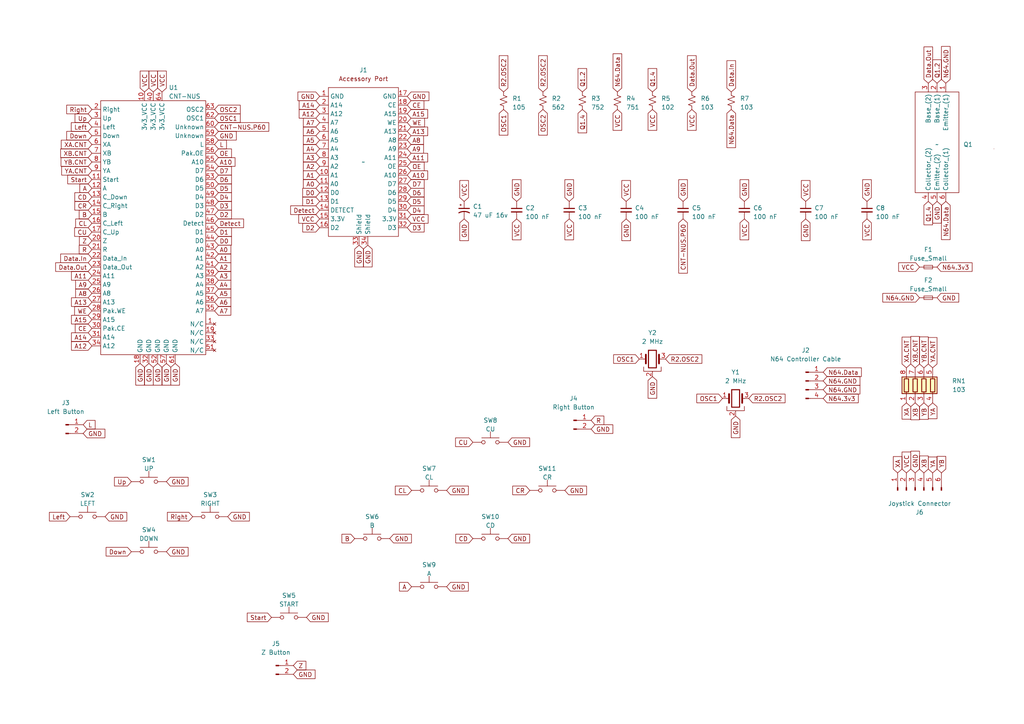
<source format=kicad_sch>
(kicad_sch (version 20230121) (generator eeschema)

  (uuid 16f8130d-dea1-43d3-b813-5d5d1229e6cd)

  (paper "A4")

  (lib_symbols
    (symbol "CNT-NUS_1" (in_bom yes) (on_board yes)
      (property "Reference" "U1" (at 4.4959 38.1 0)
        (effects (font (size 1.27 1.27)) (justify left))
      )
      (property "Value" "CNT-NUS" (at 4.4959 35.56 0)
        (effects (font (size 1.27 1.27)) (justify left))
      )
      (property "Footprint" "N64 Controller:CNT-NUS" (at 5.08 21.59 0)
        (effects (font (size 1.27 1.27)) hide)
      )
      (property "Datasheet" "" (at 5.08 22.86 0)
        (effects (font (size 1.27 1.27)) hide)
      )
      (symbol "CNT-NUS_1_0_1"
        (rectangle (start -15.24 34.29) (end 15.24 -39.37)
          (stroke (width 0) (type default))
          (fill (type none))
        )
      )
      (symbol "CNT-NUS_1_1_1"
        (pin no_connect line (at 17.78 -30.48 180) (length 2.54)
          (name "N/C" (effects (font (size 1.27 1.27))))
          (number "1" (effects (font (size 1.27 1.27))))
        )
        (pin power_in line (at -2.54 36.83 270) (length 2.54)
          (name "3v3_VCC" (effects (font (size 1.27 1.27))))
          (number "10" (effects (font (size 1.27 1.27))))
        )
        (pin bidirectional line (at -17.78 11.43 0) (length 2.54)
          (name "Start" (effects (font (size 1.27 1.27))))
          (number "11" (effects (font (size 1.27 1.27))))
        )
        (pin bidirectional line (at -17.78 8.89 0) (length 2.54)
          (name "A" (effects (font (size 1.27 1.27))))
          (number "12" (effects (font (size 1.27 1.27))))
        )
        (pin bidirectional line (at -17.78 6.35 0) (length 2.54)
          (name "C_Down" (effects (font (size 1.27 1.27))))
          (number "13" (effects (font (size 1.27 1.27))))
        )
        (pin bidirectional line (at -17.78 3.81 0) (length 2.54)
          (name "C_Right" (effects (font (size 1.27 1.27))))
          (number "14" (effects (font (size 1.27 1.27))))
        )
        (pin bidirectional line (at -17.78 1.27 0) (length 2.54)
          (name "B" (effects (font (size 1.27 1.27))))
          (number "15" (effects (font (size 1.27 1.27))))
        )
        (pin bidirectional line (at -17.78 -1.27 0) (length 2.54)
          (name "C_Left" (effects (font (size 1.27 1.27))))
          (number "16" (effects (font (size 1.27 1.27))))
        )
        (pin bidirectional line (at -17.78 -3.81 0) (length 2.54)
          (name "C_Up" (effects (font (size 1.27 1.27))))
          (number "17" (effects (font (size 1.27 1.27))))
        )
        (pin power_in line (at -3.81 -41.91 90) (length 2.54)
          (name "GND" (effects (font (size 1.27 1.27))))
          (number "18" (effects (font (size 1.27 1.27))))
        )
        (pin no_connect line (at 17.78 -33.02 180) (length 2.54)
          (name "N/C" (effects (font (size 1.27 1.27))))
          (number "19" (effects (font (size 1.27 1.27))))
        )
        (pin bidirectional line (at -17.78 31.75 0) (length 2.54)
          (name "Right" (effects (font (size 1.27 1.27))))
          (number "2" (effects (font (size 1.27 1.27))))
        )
        (pin bidirectional line (at -17.78 -6.35 0) (length 2.54)
          (name "Z" (effects (font (size 1.27 1.27))))
          (number "20" (effects (font (size 1.27 1.27))))
        )
        (pin bidirectional line (at -17.78 -8.89 0) (length 2.54)
          (name "R" (effects (font (size 1.27 1.27))))
          (number "21" (effects (font (size 1.27 1.27))))
        )
        (pin bidirectional line (at -17.78 -11.43 0) (length 2.54)
          (name "Data_In" (effects (font (size 1.27 1.27))))
          (number "22" (effects (font (size 1.27 1.27))))
        )
        (pin bidirectional line (at -17.78 -13.97 0) (length 2.54)
          (name "Data_Out" (effects (font (size 1.27 1.27))))
          (number "23" (effects (font (size 1.27 1.27))))
        )
        (pin bidirectional line (at -17.78 -16.51 0) (length 2.54)
          (name "A11" (effects (font (size 1.27 1.27))))
          (number "24" (effects (font (size 1.27 1.27))))
        )
        (pin bidirectional line (at -17.78 -19.05 0) (length 2.54)
          (name "A9" (effects (font (size 1.27 1.27))))
          (number "25" (effects (font (size 1.27 1.27))))
        )
        (pin bidirectional line (at -17.78 -21.59 0) (length 2.54)
          (name "A8" (effects (font (size 1.27 1.27))))
          (number "26" (effects (font (size 1.27 1.27))))
        )
        (pin bidirectional line (at -17.78 -24.13 0) (length 2.54)
          (name "A13" (effects (font (size 1.27 1.27))))
          (number "27" (effects (font (size 1.27 1.27))))
        )
        (pin bidirectional line (at -17.78 -26.67 0) (length 2.54)
          (name "Pak.WE" (effects (font (size 1.27 1.27))))
          (number "28" (effects (font (size 1.27 1.27))))
        )
        (pin bidirectional line (at -17.78 -29.21 0) (length 2.54)
          (name "A15" (effects (font (size 1.27 1.27))))
          (number "29" (effects (font (size 1.27 1.27))))
        )
        (pin bidirectional line (at -17.78 29.21 0) (length 2.54)
          (name "Up" (effects (font (size 1.27 1.27))))
          (number "3" (effects (font (size 1.27 1.27))))
        )
        (pin bidirectional line (at -17.78 -31.75 0) (length 2.54)
          (name "Pak.CE" (effects (font (size 1.27 1.27))))
          (number "30" (effects (font (size 1.27 1.27))))
        )
        (pin bidirectional line (at -17.78 -34.29 0) (length 2.54)
          (name "A14" (effects (font (size 1.27 1.27))))
          (number "31" (effects (font (size 1.27 1.27))))
        )
        (pin power_in line (at -1.27 -41.91 90) (length 2.54)
          (name "GND" (effects (font (size 1.27 1.27))))
          (number "32" (effects (font (size 1.27 1.27))))
        )
        (pin no_connect line (at 17.78 -35.56 180) (length 2.54)
          (name "N/C" (effects (font (size 1.27 1.27))))
          (number "33" (effects (font (size 1.27 1.27))))
        )
        (pin bidirectional line (at -17.78 -36.83 0) (length 2.54)
          (name "A12" (effects (font (size 1.27 1.27))))
          (number "34" (effects (font (size 1.27 1.27))))
        )
        (pin bidirectional line (at 17.78 -26.67 180) (length 2.54)
          (name "A7" (effects (font (size 1.27 1.27))))
          (number "35" (effects (font (size 1.27 1.27))))
        )
        (pin bidirectional line (at 17.78 -24.13 180) (length 2.54)
          (name "A6" (effects (font (size 1.27 1.27))))
          (number "36" (effects (font (size 1.27 1.27))))
        )
        (pin bidirectional line (at 17.78 -21.59 180) (length 2.54)
          (name "A5" (effects (font (size 1.27 1.27))))
          (number "37" (effects (font (size 1.27 1.27))))
        )
        (pin bidirectional line (at 17.78 -19.05 180) (length 2.54)
          (name "A4" (effects (font (size 1.27 1.27))))
          (number "38" (effects (font (size 1.27 1.27))))
        )
        (pin bidirectional line (at 17.78 -16.51 180) (length 2.54)
          (name "A3" (effects (font (size 1.27 1.27))))
          (number "39" (effects (font (size 1.27 1.27))))
        )
        (pin bidirectional line (at -17.78 26.67 0) (length 2.54)
          (name "Left" (effects (font (size 1.27 1.27))))
          (number "4" (effects (font (size 1.27 1.27))))
        )
        (pin power_in line (at 0 36.83 270) (length 2.54)
          (name "3v3_VCC" (effects (font (size 1.27 1.27))))
          (number "40" (effects (font (size 1.27 1.27))))
        )
        (pin bidirectional line (at 17.78 -13.97 180) (length 2.54)
          (name "A2" (effects (font (size 1.27 1.27))))
          (number "41" (effects (font (size 1.27 1.27))))
        )
        (pin bidirectional line (at 17.78 -11.43 180) (length 2.54)
          (name "A1" (effects (font (size 1.27 1.27))))
          (number "42" (effects (font (size 1.27 1.27))))
        )
        (pin bidirectional line (at 17.78 -8.89 180) (length 2.54)
          (name "A0" (effects (font (size 1.27 1.27))))
          (number "43" (effects (font (size 1.27 1.27))))
        )
        (pin bidirectional line (at 17.78 -6.35 180) (length 2.54)
          (name "D0" (effects (font (size 1.27 1.27))))
          (number "44" (effects (font (size 1.27 1.27))))
        )
        (pin bidirectional line (at 17.78 -3.81 180) (length 2.54)
          (name "D1" (effects (font (size 1.27 1.27))))
          (number "45" (effects (font (size 1.27 1.27))))
        )
        (pin bidirectional line (at 17.78 -1.27 180) (length 2.54)
          (name "Detect" (effects (font (size 1.27 1.27))))
          (number "46" (effects (font (size 1.27 1.27))))
        )
        (pin bidirectional line (at 17.78 1.27 180) (length 2.54)
          (name "D2" (effects (font (size 1.27 1.27))))
          (number "47" (effects (font (size 1.27 1.27))))
        )
        (pin bidirectional line (at 17.78 3.81 180) (length 2.54)
          (name "D3" (effects (font (size 1.27 1.27))))
          (number "48" (effects (font (size 1.27 1.27))))
        )
        (pin bidirectional line (at 17.78 6.35 180) (length 2.54)
          (name "D4" (effects (font (size 1.27 1.27))))
          (number "49" (effects (font (size 1.27 1.27))))
        )
        (pin bidirectional line (at -17.78 24.13 0) (length 2.54)
          (name "Down" (effects (font (size 1.27 1.27))))
          (number "5" (effects (font (size 1.27 1.27))))
        )
        (pin bidirectional line (at 17.78 8.89 180) (length 2.54)
          (name "D5" (effects (font (size 1.27 1.27))))
          (number "50" (effects (font (size 1.27 1.27))))
        )
        (pin no_connect line (at 17.78 -38.1 180) (length 2.54)
          (name "N/C" (effects (font (size 1.27 1.27))))
          (number "51" (effects (font (size 1.27 1.27))))
        )
        (pin power_in line (at 1.27 -41.91 90) (length 2.54)
          (name "GND" (effects (font (size 1.27 1.27))))
          (number "52" (effects (font (size 1.27 1.27))))
        )
        (pin bidirectional line (at 17.78 11.43 180) (length 2.54)
          (name "D6" (effects (font (size 1.27 1.27))))
          (number "53" (effects (font (size 1.27 1.27))))
        )
        (pin bidirectional line (at 17.78 13.97 180) (length 2.54)
          (name "D7" (effects (font (size 1.27 1.27))))
          (number "54" (effects (font (size 1.27 1.27))))
        )
        (pin bidirectional line (at 17.78 16.51 180) (length 2.54)
          (name "A10" (effects (font (size 1.27 1.27))))
          (number "55" (effects (font (size 1.27 1.27))))
        )
        (pin bidirectional line (at 17.78 19.05 180) (length 2.54)
          (name "Pak.OE" (effects (font (size 1.27 1.27))))
          (number "56" (effects (font (size 1.27 1.27))))
        )
        (pin power_in line (at 3.81 -41.91 90) (length 2.54)
          (name "GND" (effects (font (size 1.27 1.27))))
          (number "57" (effects (font (size 1.27 1.27))))
        )
        (pin bidirectional line (at 17.78 21.59 180) (length 2.54)
          (name "L" (effects (font (size 1.27 1.27))))
          (number "58" (effects (font (size 1.27 1.27))))
        )
        (pin bidirectional line (at 17.78 24.13 180) (length 2.54)
          (name "Unknown" (effects (font (size 1.27 1.27))))
          (number "59" (effects (font (size 1.27 1.27))))
        )
        (pin bidirectional line (at -17.78 21.59 0) (length 2.54)
          (name "XA" (effects (font (size 1.27 1.27))))
          (number "6" (effects (font (size 1.27 1.27))))
        )
        (pin bidirectional line (at 17.78 26.67 180) (length 2.54)
          (name "Unknown" (effects (font (size 1.27 1.27))))
          (number "60" (effects (font (size 1.27 1.27))))
        )
        (pin power_in line (at 6.35 -41.91 90) (length 2.54)
          (name "GND" (effects (font (size 1.27 1.27))))
          (number "61" (effects (font (size 1.27 1.27))))
        )
        (pin bidirectional line (at 17.78 29.21 180) (length 2.54)
          (name "OSC1" (effects (font (size 1.27 1.27))))
          (number "62" (effects (font (size 1.27 1.27))))
        )
        (pin bidirectional line (at 17.78 31.75 180) (length 2.54)
          (name "OSC2" (effects (font (size 1.27 1.27))))
          (number "63" (effects (font (size 1.27 1.27))))
        )
        (pin power_in line (at 2.54 36.83 270) (length 2.54)
          (name "3v3_VCC" (effects (font (size 1.27 1.27))))
          (number "64" (effects (font (size 1.27 1.27))))
        )
        (pin bidirectional line (at -17.78 19.05 0) (length 2.54)
          (name "XB" (effects (font (size 1.27 1.27))))
          (number "7" (effects (font (size 1.27 1.27))))
        )
        (pin bidirectional line (at -17.78 16.51 0) (length 2.54)
          (name "YB" (effects (font (size 1.27 1.27))))
          (number "8" (effects (font (size 1.27 1.27))))
        )
        (pin bidirectional line (at -17.78 13.97 0) (length 2.54)
          (name "YA" (effects (font (size 1.27 1.27))))
          (number "9" (effects (font (size 1.27 1.27))))
        )
      )
    )
    (symbol "Connector:Conn_01x02_Pin" (pin_names (offset 1.016) hide) (in_bom yes) (on_board yes)
      (property "Reference" "J" (at 0 2.54 0)
        (effects (font (size 1.27 1.27)))
      )
      (property "Value" "Conn_01x02_Pin" (at 0 -5.08 0)
        (effects (font (size 1.27 1.27)))
      )
      (property "Footprint" "" (at 0 0 0)
        (effects (font (size 1.27 1.27)) hide)
      )
      (property "Datasheet" "~" (at 0 0 0)
        (effects (font (size 1.27 1.27)) hide)
      )
      (property "ki_locked" "" (at 0 0 0)
        (effects (font (size 1.27 1.27)))
      )
      (property "ki_keywords" "connector" (at 0 0 0)
        (effects (font (size 1.27 1.27)) hide)
      )
      (property "ki_description" "Generic connector, single row, 01x02, script generated" (at 0 0 0)
        (effects (font (size 1.27 1.27)) hide)
      )
      (property "ki_fp_filters" "Connector*:*_1x??_*" (at 0 0 0)
        (effects (font (size 1.27 1.27)) hide)
      )
      (symbol "Conn_01x02_Pin_1_1"
        (polyline
          (pts
            (xy 1.27 -2.54)
            (xy 0.8636 -2.54)
          )
          (stroke (width 0.1524) (type default))
          (fill (type none))
        )
        (polyline
          (pts
            (xy 1.27 0)
            (xy 0.8636 0)
          )
          (stroke (width 0.1524) (type default))
          (fill (type none))
        )
        (rectangle (start 0.8636 -2.413) (end 0 -2.667)
          (stroke (width 0.1524) (type default))
          (fill (type outline))
        )
        (rectangle (start 0.8636 0.127) (end 0 -0.127)
          (stroke (width 0.1524) (type default))
          (fill (type outline))
        )
        (pin passive line (at 5.08 0 180) (length 3.81)
          (name "Pin_1" (effects (font (size 1.27 1.27))))
          (number "1" (effects (font (size 1.27 1.27))))
        )
        (pin passive line (at 5.08 -2.54 180) (length 3.81)
          (name "Pin_2" (effects (font (size 1.27 1.27))))
          (number "2" (effects (font (size 1.27 1.27))))
        )
      )
    )
    (symbol "Connector:Conn_01x04_Pin" (pin_names (offset 1.016) hide) (in_bom yes) (on_board yes)
      (property "Reference" "J" (at 0 5.08 0)
        (effects (font (size 1.27 1.27)))
      )
      (property "Value" "Conn_01x04_Pin" (at 0 -7.62 0)
        (effects (font (size 1.27 1.27)))
      )
      (property "Footprint" "" (at 0 0 0)
        (effects (font (size 1.27 1.27)) hide)
      )
      (property "Datasheet" "~" (at 0 0 0)
        (effects (font (size 1.27 1.27)) hide)
      )
      (property "ki_locked" "" (at 0 0 0)
        (effects (font (size 1.27 1.27)))
      )
      (property "ki_keywords" "connector" (at 0 0 0)
        (effects (font (size 1.27 1.27)) hide)
      )
      (property "ki_description" "Generic connector, single row, 01x04, script generated" (at 0 0 0)
        (effects (font (size 1.27 1.27)) hide)
      )
      (property "ki_fp_filters" "Connector*:*_1x??_*" (at 0 0 0)
        (effects (font (size 1.27 1.27)) hide)
      )
      (symbol "Conn_01x04_Pin_1_1"
        (polyline
          (pts
            (xy 1.27 -5.08)
            (xy 0.8636 -5.08)
          )
          (stroke (width 0.1524) (type default))
          (fill (type none))
        )
        (polyline
          (pts
            (xy 1.27 -2.54)
            (xy 0.8636 -2.54)
          )
          (stroke (width 0.1524) (type default))
          (fill (type none))
        )
        (polyline
          (pts
            (xy 1.27 0)
            (xy 0.8636 0)
          )
          (stroke (width 0.1524) (type default))
          (fill (type none))
        )
        (polyline
          (pts
            (xy 1.27 2.54)
            (xy 0.8636 2.54)
          )
          (stroke (width 0.1524) (type default))
          (fill (type none))
        )
        (rectangle (start 0.8636 -4.953) (end 0 -5.207)
          (stroke (width 0.1524) (type default))
          (fill (type outline))
        )
        (rectangle (start 0.8636 -2.413) (end 0 -2.667)
          (stroke (width 0.1524) (type default))
          (fill (type outline))
        )
        (rectangle (start 0.8636 0.127) (end 0 -0.127)
          (stroke (width 0.1524) (type default))
          (fill (type outline))
        )
        (rectangle (start 0.8636 2.667) (end 0 2.413)
          (stroke (width 0.1524) (type default))
          (fill (type outline))
        )
        (pin passive line (at 5.08 2.54 180) (length 3.81)
          (name "Pin_1" (effects (font (size 1.27 1.27))))
          (number "1" (effects (font (size 1.27 1.27))))
        )
        (pin passive line (at 5.08 0 180) (length 3.81)
          (name "Pin_2" (effects (font (size 1.27 1.27))))
          (number "2" (effects (font (size 1.27 1.27))))
        )
        (pin passive line (at 5.08 -2.54 180) (length 3.81)
          (name "Pin_3" (effects (font (size 1.27 1.27))))
          (number "3" (effects (font (size 1.27 1.27))))
        )
        (pin passive line (at 5.08 -5.08 180) (length 3.81)
          (name "Pin_4" (effects (font (size 1.27 1.27))))
          (number "4" (effects (font (size 1.27 1.27))))
        )
      )
    )
    (symbol "Connector:Conn_01x06_Pin" (pin_names (offset 1.016) hide) (in_bom yes) (on_board yes)
      (property "Reference" "J" (at 0 7.62 0)
        (effects (font (size 1.27 1.27)))
      )
      (property "Value" "Conn_01x06_Pin" (at 0 -10.16 0)
        (effects (font (size 1.27 1.27)))
      )
      (property "Footprint" "" (at 0 0 0)
        (effects (font (size 1.27 1.27)) hide)
      )
      (property "Datasheet" "~" (at 0 0 0)
        (effects (font (size 1.27 1.27)) hide)
      )
      (property "ki_locked" "" (at 0 0 0)
        (effects (font (size 1.27 1.27)))
      )
      (property "ki_keywords" "connector" (at 0 0 0)
        (effects (font (size 1.27 1.27)) hide)
      )
      (property "ki_description" "Generic connector, single row, 01x06, script generated" (at 0 0 0)
        (effects (font (size 1.27 1.27)) hide)
      )
      (property "ki_fp_filters" "Connector*:*_1x??_*" (at 0 0 0)
        (effects (font (size 1.27 1.27)) hide)
      )
      (symbol "Conn_01x06_Pin_1_1"
        (polyline
          (pts
            (xy 1.27 -7.62)
            (xy 0.8636 -7.62)
          )
          (stroke (width 0.1524) (type default))
          (fill (type none))
        )
        (polyline
          (pts
            (xy 1.27 -5.08)
            (xy 0.8636 -5.08)
          )
          (stroke (width 0.1524) (type default))
          (fill (type none))
        )
        (polyline
          (pts
            (xy 1.27 -2.54)
            (xy 0.8636 -2.54)
          )
          (stroke (width 0.1524) (type default))
          (fill (type none))
        )
        (polyline
          (pts
            (xy 1.27 0)
            (xy 0.8636 0)
          )
          (stroke (width 0.1524) (type default))
          (fill (type none))
        )
        (polyline
          (pts
            (xy 1.27 2.54)
            (xy 0.8636 2.54)
          )
          (stroke (width 0.1524) (type default))
          (fill (type none))
        )
        (polyline
          (pts
            (xy 1.27 5.08)
            (xy 0.8636 5.08)
          )
          (stroke (width 0.1524) (type default))
          (fill (type none))
        )
        (rectangle (start 0.8636 -7.493) (end 0 -7.747)
          (stroke (width 0.1524) (type default))
          (fill (type outline))
        )
        (rectangle (start 0.8636 -4.953) (end 0 -5.207)
          (stroke (width 0.1524) (type default))
          (fill (type outline))
        )
        (rectangle (start 0.8636 -2.413) (end 0 -2.667)
          (stroke (width 0.1524) (type default))
          (fill (type outline))
        )
        (rectangle (start 0.8636 0.127) (end 0 -0.127)
          (stroke (width 0.1524) (type default))
          (fill (type outline))
        )
        (rectangle (start 0.8636 2.667) (end 0 2.413)
          (stroke (width 0.1524) (type default))
          (fill (type outline))
        )
        (rectangle (start 0.8636 5.207) (end 0 4.953)
          (stroke (width 0.1524) (type default))
          (fill (type outline))
        )
        (pin passive line (at 5.08 5.08 180) (length 3.81)
          (name "Pin_1" (effects (font (size 1.27 1.27))))
          (number "1" (effects (font (size 1.27 1.27))))
        )
        (pin passive line (at 5.08 2.54 180) (length 3.81)
          (name "Pin_2" (effects (font (size 1.27 1.27))))
          (number "2" (effects (font (size 1.27 1.27))))
        )
        (pin passive line (at 5.08 0 180) (length 3.81)
          (name "Pin_3" (effects (font (size 1.27 1.27))))
          (number "3" (effects (font (size 1.27 1.27))))
        )
        (pin passive line (at 5.08 -2.54 180) (length 3.81)
          (name "Pin_4" (effects (font (size 1.27 1.27))))
          (number "4" (effects (font (size 1.27 1.27))))
        )
        (pin passive line (at 5.08 -5.08 180) (length 3.81)
          (name "Pin_5" (effects (font (size 1.27 1.27))))
          (number "5" (effects (font (size 1.27 1.27))))
        )
        (pin passive line (at 5.08 -7.62 180) (length 3.81)
          (name "Pin_6" (effects (font (size 1.27 1.27))))
          (number "6" (effects (font (size 1.27 1.27))))
        )
      )
    )
    (symbol "Device:C_Polarized_Small_US" (pin_numbers hide) (pin_names (offset 0.254) hide) (in_bom yes) (on_board yes)
      (property "Reference" "C" (at 0.254 1.778 0)
        (effects (font (size 1.27 1.27)) (justify left))
      )
      (property "Value" "C_Polarized_Small_US" (at 0.254 -2.032 0)
        (effects (font (size 1.27 1.27)) (justify left))
      )
      (property "Footprint" "" (at 0 0 0)
        (effects (font (size 1.27 1.27)) hide)
      )
      (property "Datasheet" "~" (at 0 0 0)
        (effects (font (size 1.27 1.27)) hide)
      )
      (property "ki_keywords" "cap capacitor" (at 0 0 0)
        (effects (font (size 1.27 1.27)) hide)
      )
      (property "ki_description" "Polarized capacitor, small US symbol" (at 0 0 0)
        (effects (font (size 1.27 1.27)) hide)
      )
      (property "ki_fp_filters" "CP_*" (at 0 0 0)
        (effects (font (size 1.27 1.27)) hide)
      )
      (symbol "C_Polarized_Small_US_0_1"
        (polyline
          (pts
            (xy -1.524 0.508)
            (xy 1.524 0.508)
          )
          (stroke (width 0.3048) (type default))
          (fill (type none))
        )
        (polyline
          (pts
            (xy -1.27 1.524)
            (xy -0.762 1.524)
          )
          (stroke (width 0) (type default))
          (fill (type none))
        )
        (polyline
          (pts
            (xy -1.016 1.27)
            (xy -1.016 1.778)
          )
          (stroke (width 0) (type default))
          (fill (type none))
        )
        (arc (start 1.524 -0.762) (mid 0 -0.3734) (end -1.524 -0.762)
          (stroke (width 0.3048) (type default))
          (fill (type none))
        )
      )
      (symbol "C_Polarized_Small_US_1_1"
        (pin passive line (at 0 2.54 270) (length 2.032)
          (name "~" (effects (font (size 1.27 1.27))))
          (number "1" (effects (font (size 1.27 1.27))))
        )
        (pin passive line (at 0 -2.54 90) (length 2.032)
          (name "~" (effects (font (size 1.27 1.27))))
          (number "2" (effects (font (size 1.27 1.27))))
        )
      )
    )
    (symbol "Device:C_Small" (pin_numbers hide) (pin_names (offset 0.254) hide) (in_bom yes) (on_board yes)
      (property "Reference" "C" (at 0.254 1.778 0)
        (effects (font (size 1.27 1.27)) (justify left))
      )
      (property "Value" "C_Small" (at 0.254 -2.032 0)
        (effects (font (size 1.27 1.27)) (justify left))
      )
      (property "Footprint" "" (at 0 0 0)
        (effects (font (size 1.27 1.27)) hide)
      )
      (property "Datasheet" "~" (at 0 0 0)
        (effects (font (size 1.27 1.27)) hide)
      )
      (property "ki_keywords" "capacitor cap" (at 0 0 0)
        (effects (font (size 1.27 1.27)) hide)
      )
      (property "ki_description" "Unpolarized capacitor, small symbol" (at 0 0 0)
        (effects (font (size 1.27 1.27)) hide)
      )
      (property "ki_fp_filters" "C_*" (at 0 0 0)
        (effects (font (size 1.27 1.27)) hide)
      )
      (symbol "C_Small_0_1"
        (polyline
          (pts
            (xy -1.524 -0.508)
            (xy 1.524 -0.508)
          )
          (stroke (width 0.3302) (type default))
          (fill (type none))
        )
        (polyline
          (pts
            (xy -1.524 0.508)
            (xy 1.524 0.508)
          )
          (stroke (width 0.3048) (type default))
          (fill (type none))
        )
      )
      (symbol "C_Small_1_1"
        (pin passive line (at 0 2.54 270) (length 2.032)
          (name "~" (effects (font (size 1.27 1.27))))
          (number "1" (effects (font (size 1.27 1.27))))
        )
        (pin passive line (at 0 -2.54 90) (length 2.032)
          (name "~" (effects (font (size 1.27 1.27))))
          (number "2" (effects (font (size 1.27 1.27))))
        )
      )
    )
    (symbol "Device:Crystal_GND2" (pin_names (offset 1.016) hide) (in_bom yes) (on_board yes)
      (property "Reference" "Y" (at 0 5.715 0)
        (effects (font (size 1.27 1.27)))
      )
      (property "Value" "Crystal_GND2" (at 0 3.81 0)
        (effects (font (size 1.27 1.27)))
      )
      (property "Footprint" "" (at 0 0 0)
        (effects (font (size 1.27 1.27)) hide)
      )
      (property "Datasheet" "~" (at 0 0 0)
        (effects (font (size 1.27 1.27)) hide)
      )
      (property "ki_keywords" "quartz ceramic resonator oscillator" (at 0 0 0)
        (effects (font (size 1.27 1.27)) hide)
      )
      (property "ki_description" "Three pin crystal, GND on pin 2" (at 0 0 0)
        (effects (font (size 1.27 1.27)) hide)
      )
      (property "ki_fp_filters" "Crystal*" (at 0 0 0)
        (effects (font (size 1.27 1.27)) hide)
      )
      (symbol "Crystal_GND2_0_1"
        (rectangle (start -1.143 2.54) (end 1.143 -2.54)
          (stroke (width 0.3048) (type default))
          (fill (type none))
        )
        (polyline
          (pts
            (xy -2.54 0)
            (xy -1.905 0)
          )
          (stroke (width 0) (type default))
          (fill (type none))
        )
        (polyline
          (pts
            (xy -1.905 -1.27)
            (xy -1.905 1.27)
          )
          (stroke (width 0.508) (type default))
          (fill (type none))
        )
        (polyline
          (pts
            (xy 0 -3.81)
            (xy 0 -3.556)
          )
          (stroke (width 0) (type default))
          (fill (type none))
        )
        (polyline
          (pts
            (xy 1.905 0)
            (xy 2.54 0)
          )
          (stroke (width 0) (type default))
          (fill (type none))
        )
        (polyline
          (pts
            (xy 1.905 1.27)
            (xy 1.905 -1.27)
          )
          (stroke (width 0.508) (type default))
          (fill (type none))
        )
        (polyline
          (pts
            (xy -2.54 -2.286)
            (xy -2.54 -3.556)
            (xy 2.54 -3.556)
            (xy 2.54 -2.286)
          )
          (stroke (width 0) (type default))
          (fill (type none))
        )
      )
      (symbol "Crystal_GND2_1_1"
        (pin passive line (at -3.81 0 0) (length 1.27)
          (name "1" (effects (font (size 1.27 1.27))))
          (number "1" (effects (font (size 1.27 1.27))))
        )
        (pin passive line (at 0 -5.08 90) (length 1.27)
          (name "2" (effects (font (size 1.27 1.27))))
          (number "2" (effects (font (size 1.27 1.27))))
        )
        (pin passive line (at 3.81 0 180) (length 1.27)
          (name "3" (effects (font (size 1.27 1.27))))
          (number "3" (effects (font (size 1.27 1.27))))
        )
      )
    )
    (symbol "Device:Fuse_Small" (pin_numbers hide) (pin_names (offset 0.254) hide) (in_bom yes) (on_board yes)
      (property "Reference" "F" (at 0 -1.524 0)
        (effects (font (size 1.27 1.27)))
      )
      (property "Value" "Fuse_Small" (at 0 1.524 0)
        (effects (font (size 1.27 1.27)))
      )
      (property "Footprint" "" (at 0 0 0)
        (effects (font (size 1.27 1.27)) hide)
      )
      (property "Datasheet" "~" (at 0 0 0)
        (effects (font (size 1.27 1.27)) hide)
      )
      (property "ki_keywords" "fuse" (at 0 0 0)
        (effects (font (size 1.27 1.27)) hide)
      )
      (property "ki_description" "Fuse, small symbol" (at 0 0 0)
        (effects (font (size 1.27 1.27)) hide)
      )
      (property "ki_fp_filters" "*Fuse*" (at 0 0 0)
        (effects (font (size 1.27 1.27)) hide)
      )
      (symbol "Fuse_Small_0_1"
        (rectangle (start -1.27 0.508) (end 1.27 -0.508)
          (stroke (width 0) (type default))
          (fill (type none))
        )
        (polyline
          (pts
            (xy -1.27 0)
            (xy 1.27 0)
          )
          (stroke (width 0) (type default))
          (fill (type none))
        )
      )
      (symbol "Fuse_Small_1_1"
        (pin passive line (at -2.54 0 0) (length 1.27)
          (name "~" (effects (font (size 1.27 1.27))))
          (number "1" (effects (font (size 1.27 1.27))))
        )
        (pin passive line (at 2.54 0 180) (length 1.27)
          (name "~" (effects (font (size 1.27 1.27))))
          (number "2" (effects (font (size 1.27 1.27))))
        )
      )
    )
    (symbol "Device:R_Pack04" (pin_names (offset 0) hide) (in_bom yes) (on_board yes)
      (property "Reference" "RN" (at -7.62 0 90)
        (effects (font (size 1.27 1.27)))
      )
      (property "Value" "R_Pack04" (at 5.08 0 90)
        (effects (font (size 1.27 1.27)))
      )
      (property "Footprint" "" (at 6.985 0 90)
        (effects (font (size 1.27 1.27)) hide)
      )
      (property "Datasheet" "~" (at 0 0 0)
        (effects (font (size 1.27 1.27)) hide)
      )
      (property "ki_keywords" "R network parallel topology isolated" (at 0 0 0)
        (effects (font (size 1.27 1.27)) hide)
      )
      (property "ki_description" "4 resistor network, parallel topology" (at 0 0 0)
        (effects (font (size 1.27 1.27)) hide)
      )
      (property "ki_fp_filters" "DIP* SOIC* R*Array*Concave* R*Array*Convex*" (at 0 0 0)
        (effects (font (size 1.27 1.27)) hide)
      )
      (symbol "R_Pack04_0_1"
        (rectangle (start -6.35 -2.413) (end 3.81 2.413)
          (stroke (width 0.254) (type default))
          (fill (type background))
        )
        (rectangle (start -5.715 1.905) (end -4.445 -1.905)
          (stroke (width 0.254) (type default))
          (fill (type none))
        )
        (rectangle (start -3.175 1.905) (end -1.905 -1.905)
          (stroke (width 0.254) (type default))
          (fill (type none))
        )
        (rectangle (start -0.635 1.905) (end 0.635 -1.905)
          (stroke (width 0.254) (type default))
          (fill (type none))
        )
        (polyline
          (pts
            (xy -5.08 -2.54)
            (xy -5.08 -1.905)
          )
          (stroke (width 0) (type default))
          (fill (type none))
        )
        (polyline
          (pts
            (xy -5.08 1.905)
            (xy -5.08 2.54)
          )
          (stroke (width 0) (type default))
          (fill (type none))
        )
        (polyline
          (pts
            (xy -2.54 -2.54)
            (xy -2.54 -1.905)
          )
          (stroke (width 0) (type default))
          (fill (type none))
        )
        (polyline
          (pts
            (xy -2.54 1.905)
            (xy -2.54 2.54)
          )
          (stroke (width 0) (type default))
          (fill (type none))
        )
        (polyline
          (pts
            (xy 0 -2.54)
            (xy 0 -1.905)
          )
          (stroke (width 0) (type default))
          (fill (type none))
        )
        (polyline
          (pts
            (xy 0 1.905)
            (xy 0 2.54)
          )
          (stroke (width 0) (type default))
          (fill (type none))
        )
        (polyline
          (pts
            (xy 2.54 -2.54)
            (xy 2.54 -1.905)
          )
          (stroke (width 0) (type default))
          (fill (type none))
        )
        (polyline
          (pts
            (xy 2.54 1.905)
            (xy 2.54 2.54)
          )
          (stroke (width 0) (type default))
          (fill (type none))
        )
        (rectangle (start 1.905 1.905) (end 3.175 -1.905)
          (stroke (width 0.254) (type default))
          (fill (type none))
        )
      )
      (symbol "R_Pack04_1_1"
        (pin passive line (at -5.08 -5.08 90) (length 2.54)
          (name "R1.1" (effects (font (size 1.27 1.27))))
          (number "1" (effects (font (size 1.27 1.27))))
        )
        (pin passive line (at -2.54 -5.08 90) (length 2.54)
          (name "R2.1" (effects (font (size 1.27 1.27))))
          (number "2" (effects (font (size 1.27 1.27))))
        )
        (pin passive line (at 0 -5.08 90) (length 2.54)
          (name "R3.1" (effects (font (size 1.27 1.27))))
          (number "3" (effects (font (size 1.27 1.27))))
        )
        (pin passive line (at 2.54 -5.08 90) (length 2.54)
          (name "R4.1" (effects (font (size 1.27 1.27))))
          (number "4" (effects (font (size 1.27 1.27))))
        )
        (pin passive line (at 2.54 5.08 270) (length 2.54)
          (name "R4.2" (effects (font (size 1.27 1.27))))
          (number "5" (effects (font (size 1.27 1.27))))
        )
        (pin passive line (at 0 5.08 270) (length 2.54)
          (name "R3.2" (effects (font (size 1.27 1.27))))
          (number "6" (effects (font (size 1.27 1.27))))
        )
        (pin passive line (at -2.54 5.08 270) (length 2.54)
          (name "R2.2" (effects (font (size 1.27 1.27))))
          (number "7" (effects (font (size 1.27 1.27))))
        )
        (pin passive line (at -5.08 5.08 270) (length 2.54)
          (name "R1.2" (effects (font (size 1.27 1.27))))
          (number "8" (effects (font (size 1.27 1.27))))
        )
      )
    )
    (symbol "Device:R_Small_US" (pin_numbers hide) (pin_names (offset 0.254) hide) (in_bom yes) (on_board yes)
      (property "Reference" "R" (at 0.762 0.508 0)
        (effects (font (size 1.27 1.27)) (justify left))
      )
      (property "Value" "R_Small_US" (at 0.762 -1.016 0)
        (effects (font (size 1.27 1.27)) (justify left))
      )
      (property "Footprint" "" (at 0 0 0)
        (effects (font (size 1.27 1.27)) hide)
      )
      (property "Datasheet" "~" (at 0 0 0)
        (effects (font (size 1.27 1.27)) hide)
      )
      (property "ki_keywords" "r resistor" (at 0 0 0)
        (effects (font (size 1.27 1.27)) hide)
      )
      (property "ki_description" "Resistor, small US symbol" (at 0 0 0)
        (effects (font (size 1.27 1.27)) hide)
      )
      (property "ki_fp_filters" "R_*" (at 0 0 0)
        (effects (font (size 1.27 1.27)) hide)
      )
      (symbol "R_Small_US_1_1"
        (polyline
          (pts
            (xy 0 0)
            (xy 1.016 -0.381)
            (xy 0 -0.762)
            (xy -1.016 -1.143)
            (xy 0 -1.524)
          )
          (stroke (width 0) (type default))
          (fill (type none))
        )
        (polyline
          (pts
            (xy 0 1.524)
            (xy 1.016 1.143)
            (xy 0 0.762)
            (xy -1.016 0.381)
            (xy 0 0)
          )
          (stroke (width 0) (type default))
          (fill (type none))
        )
        (pin passive line (at 0 2.54 270) (length 1.016)
          (name "~" (effects (font (size 1.27 1.27))))
          (number "1" (effects (font (size 1.27 1.27))))
        )
        (pin passive line (at 0 -2.54 90) (length 1.016)
          (name "~" (effects (font (size 1.27 1.27))))
          (number "2" (effects (font (size 1.27 1.27))))
        )
      )
    )
    (symbol "N64 Controller:Accessory_Port" (in_bom yes) (on_board yes)
      (property "Reference" "J1" (at 0 26.67 0)
        (effects (font (size 1.27 1.27)))
      )
      (property "Value" "~" (at 0 0 0)
        (effects (font (size 1.27 1.27)))
      )
      (property "Footprint" "" (at 0 0 0)
        (effects (font (size 1.27 1.27)) hide)
      )
      (property "Datasheet" "" (at 0 0 0)
        (effects (font (size 1.27 1.27)) hide)
      )
      (symbol "Accessory_Port_0_0"
        (text "Accessory Port" (at 0 24.13 0)
          (effects (font (size 1.27 1.27)))
        )
      )
      (symbol "Accessory_Port_0_1"
        (rectangle (start -10.16 21.59) (end 10.16 -21.59)
          (stroke (width 0) (type default))
          (fill (type none))
        )
      )
      (symbol "Accessory_Port_1_1"
        (pin power_in line (at -12.7 19.05 0) (length 2.54)
          (name "GND" (effects (font (size 1.27 1.27))))
          (number "1" (effects (font (size 1.27 1.27))))
        )
        (pin input line (at -12.7 -3.81 0) (length 2.54)
          (name "A1" (effects (font (size 1.27 1.27))))
          (number "10" (effects (font (size 1.27 1.27))))
        )
        (pin input line (at -12.7 -6.35 0) (length 2.54)
          (name "A0" (effects (font (size 1.27 1.27))))
          (number "11" (effects (font (size 1.27 1.27))))
        )
        (pin bidirectional line (at -12.7 -8.89 0) (length 2.54)
          (name "D0" (effects (font (size 1.27 1.27))))
          (number "12" (effects (font (size 1.27 1.27))))
        )
        (pin bidirectional line (at -12.7 -11.43 0) (length 2.54)
          (name "D1" (effects (font (size 1.27 1.27))))
          (number "13" (effects (font (size 1.27 1.27))))
        )
        (pin input line (at -12.7 -13.97 0) (length 2.54)
          (name "DETECT" (effects (font (size 1.27 1.27))))
          (number "14" (effects (font (size 1.27 1.27))))
        )
        (pin power_in line (at -12.7 -16.51 0) (length 2.54)
          (name "3.3V" (effects (font (size 1.27 1.27))))
          (number "15" (effects (font (size 1.27 1.27))))
        )
        (pin bidirectional line (at -12.7 -19.05 0) (length 2.54)
          (name "D2" (effects (font (size 1.27 1.27))))
          (number "16" (effects (font (size 1.27 1.27))))
        )
        (pin power_in line (at 12.7 19.05 180) (length 2.54)
          (name "GND" (effects (font (size 1.27 1.27))))
          (number "17" (effects (font (size 1.27 1.27))))
        )
        (pin input line (at 12.7 16.51 180) (length 2.54)
          (name "CE" (effects (font (size 1.27 1.27))))
          (number "18" (effects (font (size 1.27 1.27))))
        )
        (pin input line (at 12.7 13.97 180) (length 2.54)
          (name "A15" (effects (font (size 1.27 1.27))))
          (number "19" (effects (font (size 1.27 1.27))))
        )
        (pin input line (at -12.7 16.51 0) (length 2.54)
          (name "A14" (effects (font (size 1.27 1.27))))
          (number "2" (effects (font (size 1.27 1.27))))
        )
        (pin input line (at 12.7 11.43 180) (length 2.54)
          (name "WE" (effects (font (size 1.27 1.27))))
          (number "20" (effects (font (size 1.27 1.27))))
        )
        (pin input line (at 12.7 8.89 180) (length 2.54)
          (name "A13" (effects (font (size 1.27 1.27))))
          (number "21" (effects (font (size 1.27 1.27))))
        )
        (pin input line (at 12.7 6.35 180) (length 2.54)
          (name "A8" (effects (font (size 1.27 1.27))))
          (number "22" (effects (font (size 1.27 1.27))))
        )
        (pin input line (at 12.7 3.81 180) (length 2.54)
          (name "A9" (effects (font (size 1.27 1.27))))
          (number "23" (effects (font (size 1.27 1.27))))
        )
        (pin input line (at 12.7 1.27 180) (length 2.54)
          (name "A11" (effects (font (size 1.27 1.27))))
          (number "24" (effects (font (size 1.27 1.27))))
        )
        (pin input line (at 12.7 -1.27 180) (length 2.54)
          (name "OE" (effects (font (size 1.27 1.27))))
          (number "25" (effects (font (size 1.27 1.27))))
        )
        (pin input line (at 12.7 -3.81 180) (length 2.54)
          (name "A10" (effects (font (size 1.27 1.27))))
          (number "26" (effects (font (size 1.27 1.27))))
        )
        (pin bidirectional line (at 12.7 -6.35 180) (length 2.54)
          (name "D7" (effects (font (size 1.27 1.27))))
          (number "27" (effects (font (size 1.27 1.27))))
        )
        (pin bidirectional line (at 12.7 -8.89 180) (length 2.54)
          (name "D6" (effects (font (size 1.27 1.27))))
          (number "28" (effects (font (size 1.27 1.27))))
        )
        (pin bidirectional line (at 12.7 -11.43 180) (length 2.54)
          (name "D5" (effects (font (size 1.27 1.27))))
          (number "29" (effects (font (size 1.27 1.27))))
        )
        (pin input line (at -12.7 13.97 0) (length 2.54)
          (name "A12" (effects (font (size 1.27 1.27))))
          (number "3" (effects (font (size 1.27 1.27))))
        )
        (pin bidirectional line (at 12.7 -13.97 180) (length 2.54)
          (name "D4" (effects (font (size 1.27 1.27))))
          (number "30" (effects (font (size 1.27 1.27))))
        )
        (pin power_in line (at 12.7 -16.51 180) (length 2.54)
          (name "3.3V" (effects (font (size 1.27 1.27))))
          (number "31" (effects (font (size 1.27 1.27))))
        )
        (pin bidirectional line (at 12.7 -19.05 180) (length 2.54)
          (name "D3" (effects (font (size 1.27 1.27))))
          (number "32" (effects (font (size 1.27 1.27))))
        )
        (pin power_in line (at -1.27 -24.13 90) (length 2.54)
          (name "Shield" (effects (font (size 1.27 1.27))))
          (number "33" (effects (font (size 1.27 1.27))))
        )
        (pin power_in line (at 1.27 -24.13 90) (length 2.54)
          (name "Shield" (effects (font (size 1.27 1.27))))
          (number "34" (effects (font (size 1.27 1.27))))
        )
        (pin input line (at -12.7 11.43 0) (length 2.54)
          (name "A7" (effects (font (size 1.27 1.27))))
          (number "4" (effects (font (size 1.27 1.27))))
        )
        (pin input line (at -12.7 8.89 0) (length 2.54)
          (name "A6" (effects (font (size 1.27 1.27))))
          (number "5" (effects (font (size 1.27 1.27))))
        )
        (pin input line (at -12.7 6.35 0) (length 2.54)
          (name "A5" (effects (font (size 1.27 1.27))))
          (number "6" (effects (font (size 1.27 1.27))))
        )
        (pin input line (at -12.7 3.81 0) (length 2.54)
          (name "A4" (effects (font (size 1.27 1.27))))
          (number "7" (effects (font (size 1.27 1.27))))
        )
        (pin input line (at -12.7 1.27 0) (length 2.54)
          (name "A3" (effects (font (size 1.27 1.27))))
          (number "8" (effects (font (size 1.27 1.27))))
        )
        (pin input line (at -12.7 -1.27 0) (length 2.54)
          (name "A2" (effects (font (size 1.27 1.27))))
          (number "9" (effects (font (size 1.27 1.27))))
        )
      )
    )
    (symbol "N64_Controller_7000:HE_Q1" (in_bom yes) (on_board yes)
      (property "Reference" "U" (at 0 0 0)
        (effects (font (size 1.27 1.27)))
      )
      (property "Value" "" (at 0 7.62 0)
        (effects (font (size 1.27 1.27)))
      )
      (property "Footprint" "" (at 0 7.62 0)
        (effects (font (size 1.27 1.27)) hide)
      )
      (property "Datasheet" "" (at 0 7.62 0)
        (effects (font (size 1.27 1.27)) hide)
      )
      (symbol "HE_Q1_0_1"
        (rectangle (start -6.35 15.24) (end 6.35 -13.97)
          (stroke (width 0) (type default))
          (fill (type none))
        )
        (rectangle (start 16.51 -1.27) (end 16.51 -1.27)
          (stroke (width 0) (type default))
          (fill (type none))
        )
      )
      (symbol "HE_Q1_1_1"
        (pin output line (at 2.54 17.78 270) (length 2.54)
          (name "Emitter_(1)" (effects (font (size 1.27 1.27))))
          (number "1" (effects (font (size 1.27 1.27))))
        )
        (pin input line (at 0 17.78 270) (length 2.54)
          (name "Base_(1)" (effects (font (size 1.27 1.27))))
          (number "2" (effects (font (size 1.27 1.27))))
        )
        (pin input line (at -2.54 17.78 270) (length 2.54)
          (name "Base_(2)" (effects (font (size 1.27 1.27))))
          (number "3" (effects (font (size 1.27 1.27))))
        )
        (pin input line (at -2.54 -16.51 90) (length 2.54)
          (name "Collector_(2)" (effects (font (size 1.27 1.27))))
          (number "4" (effects (font (size 1.27 1.27))))
        )
        (pin input line (at 0 -16.51 90) (length 2.54)
          (name "Emitter_(2)" (effects (font (size 1.27 1.27))))
          (number "5" (effects (font (size 1.27 1.27))))
        )
        (pin input line (at 2.54 -16.51 90) (length 2.54)
          (name "Collector_(1)" (effects (font (size 1.27 1.27))))
          (number "6" (effects (font (size 1.27 1.27))))
        )
      )
    )
    (symbol "Switch:SW_Push" (pin_numbers hide) (pin_names (offset 1.016) hide) (in_bom yes) (on_board yes)
      (property "Reference" "SW" (at 1.27 2.54 0)
        (effects (font (size 1.27 1.27)) (justify left))
      )
      (property "Value" "SW_Push" (at 0 -1.524 0)
        (effects (font (size 1.27 1.27)))
      )
      (property "Footprint" "" (at 0 5.08 0)
        (effects (font (size 1.27 1.27)) hide)
      )
      (property "Datasheet" "~" (at 0 5.08 0)
        (effects (font (size 1.27 1.27)) hide)
      )
      (property "ki_keywords" "switch normally-open pushbutton push-button" (at 0 0 0)
        (effects (font (size 1.27 1.27)) hide)
      )
      (property "ki_description" "Push button switch, generic, two pins" (at 0 0 0)
        (effects (font (size 1.27 1.27)) hide)
      )
      (symbol "SW_Push_0_1"
        (circle (center -2.032 0) (radius 0.508)
          (stroke (width 0) (type default))
          (fill (type none))
        )
        (polyline
          (pts
            (xy 0 1.27)
            (xy 0 3.048)
          )
          (stroke (width 0) (type default))
          (fill (type none))
        )
        (polyline
          (pts
            (xy 2.54 1.27)
            (xy -2.54 1.27)
          )
          (stroke (width 0) (type default))
          (fill (type none))
        )
        (circle (center 2.032 0) (radius 0.508)
          (stroke (width 0) (type default))
          (fill (type none))
        )
        (pin passive line (at -5.08 0 0) (length 2.54)
          (name "1" (effects (font (size 1.27 1.27))))
          (number "1" (effects (font (size 1.27 1.27))))
        )
        (pin passive line (at 5.08 0 180) (length 2.54)
          (name "2" (effects (font (size 1.27 1.27))))
          (number "2" (effects (font (size 1.27 1.27))))
        )
      )
    )
  )


  (global_label "CR" (shape input) (at 153.67 142.24 180) (fields_autoplaced)
    (effects (font (size 1.27 1.27)) (justify right))
    (uuid 002b3c96-4509-4a08-baac-72032bac2010)
    (property "Intersheetrefs" "${INTERSHEET_REFS}" (at 148.2242 142.24 0)
      (effects (font (size 1.27 1.27)) (justify right) hide)
    )
  )
  (global_label "XB.CNT" (shape input) (at 26.67 44.45 180) (fields_autoplaced)
    (effects (font (size 1.27 1.27)) (justify right))
    (uuid 02c49c95-889c-45e8-b511-8f8e1f2a6629)
    (property "Intersheetrefs" "${INTERSHEET_REFS}" (at 17.1118 44.45 0)
      (effects (font (size 1.27 1.27)) (justify right) hide)
    )
  )
  (global_label "GND" (shape input) (at 189.23 109.22 270) (fields_autoplaced)
    (effects (font (size 1.27 1.27)) (justify right))
    (uuid 03e739fd-b9e6-4675-ae64-d4cf320f27bb)
    (property "Intersheetrefs" "${INTERSHEET_REFS}" (at 189.23 115.9963 90)
      (effects (font (size 1.27 1.27)) (justify right) hide)
    )
  )
  (global_label "A15" (shape input) (at 118.11 33.02 0) (fields_autoplaced)
    (effects (font (size 1.27 1.27)) (justify left))
    (uuid 06704c7b-5ca5-44ff-bc0a-25cfbe8454e9)
    (property "Intersheetrefs" "${INTERSHEET_REFS}" (at 124.5234 33.02 0)
      (effects (font (size 1.27 1.27)) (justify left) hide)
    )
  )
  (global_label "D6" (shape input) (at 62.23 52.07 0) (fields_autoplaced)
    (effects (font (size 1.27 1.27)) (justify left))
    (uuid 0721fc35-eae6-4f66-b73b-17d6cd9ac475)
    (property "Intersheetrefs" "${INTERSHEET_REFS}" (at 67.6153 52.07 0)
      (effects (font (size 1.27 1.27)) (justify left) hide)
    )
  )
  (global_label "VCC" (shape input) (at 44.45 26.67 90) (fields_autoplaced)
    (effects (font (size 1.27 1.27)) (justify left))
    (uuid 07fdb0d9-b9b6-445d-b162-2150b8f95ad4)
    (property "Intersheetrefs" "${INTERSHEET_REFS}" (at 44.45 20.1356 90)
      (effects (font (size 1.27 1.27)) (justify left) hide)
    )
  )
  (global_label "D3" (shape input) (at 62.23 59.69 0) (fields_autoplaced)
    (effects (font (size 1.27 1.27)) (justify left))
    (uuid 09b798fb-964d-4234-8785-6aae5caa8423)
    (property "Intersheetrefs" "${INTERSHEET_REFS}" (at 67.6153 59.69 0)
      (effects (font (size 1.27 1.27)) (justify left) hide)
    )
  )
  (global_label "OE" (shape input) (at 118.11 48.26 0) (fields_autoplaced)
    (effects (font (size 1.27 1.27)) (justify left))
    (uuid 0a11920b-b6ef-4e5b-af9b-0da223406f0e)
    (property "Intersheetrefs" "${INTERSHEET_REFS}" (at 123.4953 48.26 0)
      (effects (font (size 1.27 1.27)) (justify left) hide)
    )
  )
  (global_label "A6" (shape input) (at 62.23 87.63 0) (fields_autoplaced)
    (effects (font (size 1.27 1.27)) (justify left))
    (uuid 0b7cee3c-08b0-4b8a-8909-56cb8743947a)
    (property "Intersheetrefs" "${INTERSHEET_REFS}" (at 67.4339 87.63 0)
      (effects (font (size 1.27 1.27)) (justify left) hide)
    )
  )
  (global_label "Q1.2" (shape input) (at 168.91 26.67 90) (fields_autoplaced)
    (effects (font (size 1.27 1.27)) (justify left))
    (uuid 0b94bb88-a508-4dab-88b3-16af6bcc09f1)
    (property "Intersheetrefs" "${INTERSHEET_REFS}" (at 168.91 19.4099 90)
      (effects (font (size 1.27 1.27)) (justify left) hide)
    )
  )
  (global_label "Data.In" (shape input) (at 26.67 74.93 180) (fields_autoplaced)
    (effects (font (size 1.27 1.27)) (justify right))
    (uuid 0df0a909-9e16-4ea5-83aa-272dc39f0145)
    (property "Intersheetrefs" "${INTERSHEET_REFS}" (at 17.1119 74.93 0)
      (effects (font (size 1.27 1.27)) (justify right) hide)
    )
  )
  (global_label "VCC" (shape input) (at 251.46 63.5 270) (fields_autoplaced)
    (effects (font (size 1.27 1.27)) (justify right))
    (uuid 0fb1e579-4eb5-473d-9faf-ed19c8efaabf)
    (property "Intersheetrefs" "${INTERSHEET_REFS}" (at 251.46 70.0344 90)
      (effects (font (size 1.27 1.27)) (justify right) hide)
    )
  )
  (global_label "OSC1" (shape input) (at 62.23 34.29 0) (fields_autoplaced)
    (effects (font (size 1.27 1.27)) (justify left))
    (uuid 10d93895-ed8d-4d0f-89b2-17813846a8f2)
    (property "Intersheetrefs" "${INTERSHEET_REFS}" (at 70.1553 34.29 0)
      (effects (font (size 1.27 1.27)) (justify left) hide)
    )
  )
  (global_label "R2.OSC2" (shape input) (at 193.04 104.14 0) (fields_autoplaced)
    (effects (font (size 1.27 1.27)) (justify left))
    (uuid 1182dfc5-175f-4bae-872e-3fb0a2e6f4bb)
    (property "Intersheetrefs" "${INTERSHEET_REFS}" (at 204.0496 104.14 0)
      (effects (font (size 1.27 1.27)) (justify left) hide)
    )
  )
  (global_label "A14" (shape input) (at 92.71 30.48 180) (fields_autoplaced)
    (effects (font (size 1.27 1.27)) (justify right))
    (uuid 11f37ba0-a271-4d31-abe5-16431adce1a5)
    (property "Intersheetrefs" "${INTERSHEET_REFS}" (at 86.2966 30.48 0)
      (effects (font (size 1.27 1.27)) (justify right) hide)
    )
  )
  (global_label "YB.CNT" (shape input) (at 26.67 46.99 180) (fields_autoplaced)
    (effects (font (size 1.27 1.27)) (justify right))
    (uuid 177a985d-e74f-493e-acfc-f92ab7e248b5)
    (property "Intersheetrefs" "${INTERSHEET_REFS}" (at 17.2327 46.99 0)
      (effects (font (size 1.27 1.27)) (justify right) hide)
    )
  )
  (global_label "GND" (shape input) (at 66.04 149.86 0) (fields_autoplaced)
    (effects (font (size 1.27 1.27)) (justify left))
    (uuid 187fb176-9922-41b6-b15f-3ce7e63232c6)
    (property "Intersheetrefs" "${INTERSHEET_REFS}" (at 72.8163 149.86 0)
      (effects (font (size 1.27 1.27)) (justify left) hide)
    )
  )
  (global_label "Data.Out" (shape input) (at 269.24 24.13 90) (fields_autoplaced)
    (effects (font (size 1.27 1.27)) (justify left))
    (uuid 1c57ef54-7052-4bdb-a86b-f75ee217a4ae)
    (property "Intersheetrefs" "${INTERSHEET_REFS}" (at 269.24 13.1205 90)
      (effects (font (size 1.27 1.27)) (justify left) hide)
    )
  )
  (global_label "CE" (shape input) (at 26.67 95.25 180) (fields_autoplaced)
    (effects (font (size 1.27 1.27)) (justify right))
    (uuid 1e665603-ee50-4c00-a4e4-0801dc2364da)
    (property "Intersheetrefs" "${INTERSHEET_REFS}" (at 21.3452 95.25 0)
      (effects (font (size 1.27 1.27)) (justify right) hide)
    )
  )
  (global_label "GND" (shape input) (at 48.26 139.7 0) (fields_autoplaced)
    (effects (font (size 1.27 1.27)) (justify left))
    (uuid 1e8e041b-3eaf-4da5-bff3-529c171198b4)
    (property "Intersheetrefs" "${INTERSHEET_REFS}" (at 55.0363 139.7 0)
      (effects (font (size 1.27 1.27)) (justify left) hide)
    )
  )
  (global_label "B" (shape input) (at 26.67 62.23 180) (fields_autoplaced)
    (effects (font (size 1.27 1.27)) (justify right))
    (uuid 1fbd4600-8305-40c3-80cb-33a980e40cec)
    (property "Intersheetrefs" "${INTERSHEET_REFS}" (at 22.4942 62.23 0)
      (effects (font (size 1.27 1.27)) (justify right) hide)
    )
  )
  (global_label "R2.OSC2" (shape input) (at 146.05 26.67 90) (fields_autoplaced)
    (effects (font (size 1.27 1.27)) (justify left))
    (uuid 22f594cd-0828-4ff4-8614-b0a7b477136d)
    (property "Intersheetrefs" "${INTERSHEET_REFS}" (at 146.05 15.6604 90)
      (effects (font (size 1.27 1.27)) (justify left) hide)
    )
  )
  (global_label "GND" (shape input) (at 40.64 105.41 270) (fields_autoplaced)
    (effects (font (size 1.27 1.27)) (justify right))
    (uuid 24e7f46a-f731-4e8d-89f2-d616687ce5ec)
    (property "Intersheetrefs" "${INTERSHEET_REFS}" (at 40.64 112.1863 90)
      (effects (font (size 1.27 1.27)) (justify right) hide)
    )
  )
  (global_label "YA" (shape input) (at 270.51 137.16 90) (fields_autoplaced)
    (effects (font (size 1.27 1.27)) (justify left))
    (uuid 25a87032-0152-4349-b6c0-dc28af35c4fb)
    (property "Intersheetrefs" "${INTERSHEET_REFS}" (at 270.51 132.077 90)
      (effects (font (size 1.27 1.27)) (justify left) hide)
    )
  )
  (global_label "VCC" (shape input) (at 262.89 137.16 90) (fields_autoplaced)
    (effects (font (size 1.27 1.27)) (justify left))
    (uuid 26193ef5-ea6f-4c3a-a7ad-8ce9ce4fa074)
    (property "Intersheetrefs" "${INTERSHEET_REFS}" (at 262.89 130.6256 90)
      (effects (font (size 1.27 1.27)) (justify left) hide)
    )
  )
  (global_label "D7" (shape input) (at 62.23 49.53 0) (fields_autoplaced)
    (effects (font (size 1.27 1.27)) (justify left))
    (uuid 2782e0c4-1691-494e-b53d-f61fa0602287)
    (property "Intersheetrefs" "${INTERSHEET_REFS}" (at 67.6153 49.53 0)
      (effects (font (size 1.27 1.27)) (justify left) hide)
    )
  )
  (global_label "N64.GND" (shape input) (at 238.76 110.49 0) (fields_autoplaced)
    (effects (font (size 1.27 1.27)) (justify left))
    (uuid 27dcc32e-2f04-470b-8f9d-f29904c4ff65)
    (property "Intersheetrefs" "${INTERSHEET_REFS}" (at 249.8906 110.49 0)
      (effects (font (size 1.27 1.27)) (justify left) hide)
    )
  )
  (global_label "GND" (shape input) (at 251.46 58.42 90) (fields_autoplaced)
    (effects (font (size 1.27 1.27)) (justify left))
    (uuid 28c870fc-34d7-4913-bf8d-f2b19342f1ca)
    (property "Intersheetrefs" "${INTERSHEET_REFS}" (at 251.46 51.6437 90)
      (effects (font (size 1.27 1.27)) (justify left) hide)
    )
  )
  (global_label "A5" (shape input) (at 92.71 40.64 180) (fields_autoplaced)
    (effects (font (size 1.27 1.27)) (justify right))
    (uuid 2c14e9fb-9451-4ee2-a02a-845fa4c7472e)
    (property "Intersheetrefs" "${INTERSHEET_REFS}" (at 87.5061 40.64 0)
      (effects (font (size 1.27 1.27)) (justify right) hide)
    )
  )
  (global_label "XA.CNT" (shape input) (at 262.89 106.68 90) (fields_autoplaced)
    (effects (font (size 1.27 1.27)) (justify left))
    (uuid 2d705072-6b05-4ab0-a214-bdb87efaafec)
    (property "Intersheetrefs" "${INTERSHEET_REFS}" (at 262.89 97.3032 90)
      (effects (font (size 1.27 1.27)) (justify left) hide)
    )
  )
  (global_label "VCC" (shape input) (at 200.66 31.75 270) (fields_autoplaced)
    (effects (font (size 1.27 1.27)) (justify right))
    (uuid 2f1c5ad4-9a9e-4444-9513-545feedf13ff)
    (property "Intersheetrefs" "${INTERSHEET_REFS}" (at 200.66 38.2844 90)
      (effects (font (size 1.27 1.27)) (justify right) hide)
    )
  )
  (global_label "Data.In" (shape input) (at 212.09 26.67 90) (fields_autoplaced)
    (effects (font (size 1.27 1.27)) (justify left))
    (uuid 2f4f316d-c33b-4e67-a87a-9835a22f7fdc)
    (property "Intersheetrefs" "${INTERSHEET_REFS}" (at 212.09 17.1119 90)
      (effects (font (size 1.27 1.27)) (justify left) hide)
    )
  )
  (global_label "A13" (shape input) (at 118.11 38.1 0) (fields_autoplaced)
    (effects (font (size 1.27 1.27)) (justify left))
    (uuid 3081e8dd-c2c7-4136-ab77-72cb2660ae8d)
    (property "Intersheetrefs" "${INTERSHEET_REFS}" (at 124.5234 38.1 0)
      (effects (font (size 1.27 1.27)) (justify left) hide)
    )
  )
  (global_label "XB" (shape input) (at 265.43 116.84 270) (fields_autoplaced)
    (effects (font (size 1.27 1.27)) (justify right))
    (uuid 31641d21-eefc-4fd6-8cd3-2f0b0c739afa)
    (property "Intersheetrefs" "${INTERSHEET_REFS}" (at 265.43 122.2253 90)
      (effects (font (size 1.27 1.27)) (justify right) hide)
    )
  )
  (global_label "Start" (shape input) (at 26.67 52.07 180) (fields_autoplaced)
    (effects (font (size 1.27 1.27)) (justify right))
    (uuid 328ea949-e0fd-430b-9104-d6dace515d69)
    (property "Intersheetrefs" "${INTERSHEET_REFS}" (at 19.1681 52.07 0)
      (effects (font (size 1.27 1.27)) (justify right) hide)
    )
  )
  (global_label "CL" (shape input) (at 119.38 142.24 180) (fields_autoplaced)
    (effects (font (size 1.27 1.27)) (justify right))
    (uuid 3315f995-c923-4efd-acdd-d4ba4065c4f6)
    (property "Intersheetrefs" "${INTERSHEET_REFS}" (at 114.1761 142.24 0)
      (effects (font (size 1.27 1.27)) (justify right) hide)
    )
  )
  (global_label "GND" (shape input) (at 129.54 142.24 0) (fields_autoplaced)
    (effects (font (size 1.27 1.27)) (justify left))
    (uuid 3750033f-3620-485d-b79d-3216dcc8c2e4)
    (property "Intersheetrefs" "${INTERSHEET_REFS}" (at 136.3163 142.24 0)
      (effects (font (size 1.27 1.27)) (justify left) hide)
    )
  )
  (global_label "VCC" (shape input) (at 179.07 31.75 270) (fields_autoplaced)
    (effects (font (size 1.27 1.27)) (justify right))
    (uuid 3a347172-e90e-4551-853e-f8d4ff0ed924)
    (property "Intersheetrefs" "${INTERSHEET_REFS}" (at 179.07 38.2844 90)
      (effects (font (size 1.27 1.27)) (justify right) hide)
    )
  )
  (global_label "CU" (shape input) (at 137.16 128.27 180) (fields_autoplaced)
    (effects (font (size 1.27 1.27)) (justify right))
    (uuid 3a760fce-4554-4f98-bb95-2b0b0c885ab5)
    (property "Intersheetrefs" "${INTERSHEET_REFS}" (at 131.6537 128.27 0)
      (effects (font (size 1.27 1.27)) (justify right) hide)
    )
  )
  (global_label "GND" (shape input) (at 92.71 27.94 180) (fields_autoplaced)
    (effects (font (size 1.27 1.27)) (justify right))
    (uuid 3e029e30-f0da-4858-9c16-ae168352f779)
    (property "Intersheetrefs" "${INTERSHEET_REFS}" (at 85.9337 27.94 0)
      (effects (font (size 1.27 1.27)) (justify right) hide)
    )
  )
  (global_label "CNT-NUS.P60" (shape input) (at 198.12 63.5 270) (fields_autoplaced)
    (effects (font (size 1.27 1.27)) (justify right))
    (uuid 3f7df2ac-0f88-493c-83d6-9c2b56d31128)
    (property "Intersheetrefs" "${INTERSHEET_REFS}" (at 198.12 79.7106 90)
      (effects (font (size 1.27 1.27)) (justify right) hide)
    )
  )
  (global_label "N64.GND" (shape input) (at 274.32 24.13 90) (fields_autoplaced)
    (effects (font (size 1.27 1.27)) (justify left))
    (uuid 405009d6-c99b-4fc1-905c-042550746b25)
    (property "Intersheetrefs" "${INTERSHEET_REFS}" (at 274.32 12.9994 90)
      (effects (font (size 1.27 1.27)) (justify left) hide)
    )
  )
  (global_label "VCC" (shape input) (at 149.86 63.5 270) (fields_autoplaced)
    (effects (font (size 1.27 1.27)) (justify right))
    (uuid 4151d04d-c0e6-477d-a7ee-e26cd8fe9e8f)
    (property "Intersheetrefs" "${INTERSHEET_REFS}" (at 149.86 70.0344 90)
      (effects (font (size 1.27 1.27)) (justify right) hide)
    )
  )
  (global_label "A0" (shape input) (at 62.23 72.39 0) (fields_autoplaced)
    (effects (font (size 1.27 1.27)) (justify left))
    (uuid 46cc5ca5-237e-40cf-90f1-d9f0165fe2a7)
    (property "Intersheetrefs" "${INTERSHEET_REFS}" (at 67.4339 72.39 0)
      (effects (font (size 1.27 1.27)) (justify left) hide)
    )
  )
  (global_label "D7" (shape input) (at 118.11 53.34 0) (fields_autoplaced)
    (effects (font (size 1.27 1.27)) (justify left))
    (uuid 4786caa5-3fbd-4f16-8c66-b630b1dc3a06)
    (property "Intersheetrefs" "${INTERSHEET_REFS}" (at 123.4953 53.34 0)
      (effects (font (size 1.27 1.27)) (justify left) hide)
    )
  )
  (global_label "D5" (shape input) (at 118.11 58.42 0) (fields_autoplaced)
    (effects (font (size 1.27 1.27)) (justify left))
    (uuid 49fefa9f-0201-4804-916b-b973c796a309)
    (property "Intersheetrefs" "${INTERSHEET_REFS}" (at 123.4953 58.42 0)
      (effects (font (size 1.27 1.27)) (justify left) hide)
    )
  )
  (global_label "R" (shape input) (at 26.67 72.39 180) (fields_autoplaced)
    (effects (font (size 1.27 1.27)) (justify right))
    (uuid 4d250493-6599-4c0b-843e-23d2df8578d4)
    (property "Intersheetrefs" "${INTERSHEET_REFS}" (at 22.4942 72.39 0)
      (effects (font (size 1.27 1.27)) (justify right) hide)
    )
  )
  (global_label "D1" (shape input) (at 92.71 58.42 180) (fields_autoplaced)
    (effects (font (size 1.27 1.27)) (justify right))
    (uuid 4d57043f-feb3-4416-bec5-5f78e30f1426)
    (property "Intersheetrefs" "${INTERSHEET_REFS}" (at 87.3247 58.42 0)
      (effects (font (size 1.27 1.27)) (justify right) hide)
    )
  )
  (global_label "YB" (shape input) (at 267.97 116.84 270) (fields_autoplaced)
    (effects (font (size 1.27 1.27)) (justify right))
    (uuid 4edc8704-b339-46ed-aae9-7b6e23772d2a)
    (property "Intersheetrefs" "${INTERSHEET_REFS}" (at 267.97 122.1044 90)
      (effects (font (size 1.27 1.27)) (justify right) hide)
    )
  )
  (global_label "A5" (shape input) (at 62.23 85.09 0) (fields_autoplaced)
    (effects (font (size 1.27 1.27)) (justify left))
    (uuid 52734970-a0bd-40a7-88a6-487acb8cf26a)
    (property "Intersheetrefs" "${INTERSHEET_REFS}" (at 67.4339 85.09 0)
      (effects (font (size 1.27 1.27)) (justify left) hide)
    )
  )
  (global_label "N64.GND" (shape input) (at 238.76 113.03 0) (fields_autoplaced)
    (effects (font (size 1.27 1.27)) (justify left))
    (uuid 573371c2-ab41-44bf-84ef-488b01f7a0e5)
    (property "Intersheetrefs" "${INTERSHEET_REFS}" (at 249.8906 113.03 0)
      (effects (font (size 1.27 1.27)) (justify left) hide)
    )
  )
  (global_label "XA.CNT" (shape input) (at 26.67 41.91 180) (fields_autoplaced)
    (effects (font (size 1.27 1.27)) (justify right))
    (uuid 573fbf26-b5bb-401b-bb1b-6f753cde44b4)
    (property "Intersheetrefs" "${INTERSHEET_REFS}" (at 17.2932 41.91 0)
      (effects (font (size 1.27 1.27)) (justify right) hide)
    )
  )
  (global_label "YB" (shape input) (at 273.05 137.16 90) (fields_autoplaced)
    (effects (font (size 1.27 1.27)) (justify left))
    (uuid 5744158b-fdf0-4e50-a426-18c1ca1cb7f3)
    (property "Intersheetrefs" "${INTERSHEET_REFS}" (at 273.05 131.8956 90)
      (effects (font (size 1.27 1.27)) (justify left) hide)
    )
  )
  (global_label "WE" (shape input) (at 26.67 90.17 180) (fields_autoplaced)
    (effects (font (size 1.27 1.27)) (justify right))
    (uuid 5b476359-b044-4e1e-8cec-b91748898414)
    (property "Intersheetrefs" "${INTERSHEET_REFS}" (at 21.1638 90.17 0)
      (effects (font (size 1.27 1.27)) (justify right) hide)
    )
  )
  (global_label "GND" (shape input) (at 265.43 137.16 90) (fields_autoplaced)
    (effects (font (size 1.27 1.27)) (justify left))
    (uuid 5c3351c8-fcaf-42b9-8ce9-cda056434f76)
    (property "Intersheetrefs" "${INTERSHEET_REFS}" (at 265.43 130.3837 90)
      (effects (font (size 1.27 1.27)) (justify left) hide)
    )
  )
  (global_label "N64.Data" (shape input) (at 212.09 31.75 270) (fields_autoplaced)
    (effects (font (size 1.27 1.27)) (justify right))
    (uuid 5c935c54-60ef-4260-8ebe-2f2294b1d681)
    (property "Intersheetrefs" "${INTERSHEET_REFS}" (at 212.09 43.3038 90)
      (effects (font (size 1.27 1.27)) (justify right) hide)
    )
  )
  (global_label "Z" (shape input) (at 26.67 69.85 180) (fields_autoplaced)
    (effects (font (size 1.27 1.27)) (justify right))
    (uuid 5cac8b7c-9df3-4067-9ea5-0536d642a9c2)
    (property "Intersheetrefs" "${INTERSHEET_REFS}" (at 22.5547 69.85 0)
      (effects (font (size 1.27 1.27)) (justify right) hide)
    )
  )
  (global_label "CU" (shape input) (at 26.67 67.31 180) (fields_autoplaced)
    (effects (font (size 1.27 1.27)) (justify right))
    (uuid 5da0afb7-ad73-4c72-b3e1-4413080fe8b4)
    (property "Intersheetrefs" "${INTERSHEET_REFS}" (at 21.1637 67.31 0)
      (effects (font (size 1.27 1.27)) (justify right) hide)
    )
  )
  (global_label "N64.GND" (shape input) (at 266.7 86.36 180) (fields_autoplaced)
    (effects (font (size 1.27 1.27)) (justify right))
    (uuid 60ad296f-3653-4e8c-a05f-71353377c094)
    (property "Intersheetrefs" "${INTERSHEET_REFS}" (at 255.5694 86.36 0)
      (effects (font (size 1.27 1.27)) (justify right) hide)
    )
  )
  (global_label "D4" (shape input) (at 62.23 57.15 0) (fields_autoplaced)
    (effects (font (size 1.27 1.27)) (justify left))
    (uuid 666743e9-0e6d-46c6-a7d5-4d01c5899b66)
    (property "Intersheetrefs" "${INTERSHEET_REFS}" (at 67.6153 57.15 0)
      (effects (font (size 1.27 1.27)) (justify left) hide)
    )
  )
  (global_label "VCC" (shape input) (at 46.99 26.67 90) (fields_autoplaced)
    (effects (font (size 1.27 1.27)) (justify left))
    (uuid 6710765c-681c-41f4-b023-93e4252c8010)
    (property "Intersheetrefs" "${INTERSHEET_REFS}" (at 46.99 20.1356 90)
      (effects (font (size 1.27 1.27)) (justify left) hide)
    )
  )
  (global_label "A4" (shape input) (at 92.71 43.18 180) (fields_autoplaced)
    (effects (font (size 1.27 1.27)) (justify right))
    (uuid 67209121-07ad-4a12-a2f6-267955d000ad)
    (property "Intersheetrefs" "${INTERSHEET_REFS}" (at 87.5061 43.18 0)
      (effects (font (size 1.27 1.27)) (justify right) hide)
    )
  )
  (global_label "Z" (shape input) (at 85.09 193.04 0) (fields_autoplaced)
    (effects (font (size 1.27 1.27)) (justify left))
    (uuid 6752ac7f-9c14-4269-a78b-d895587212e7)
    (property "Intersheetrefs" "${INTERSHEET_REFS}" (at 89.2053 193.04 0)
      (effects (font (size 1.27 1.27)) (justify left) hide)
    )
  )
  (global_label "GND" (shape input) (at 213.36 120.65 270) (fields_autoplaced)
    (effects (font (size 1.27 1.27)) (justify right))
    (uuid 680b458e-a1f5-4031-8a75-bf2798bb4624)
    (property "Intersheetrefs" "${INTERSHEET_REFS}" (at 213.36 127.4263 90)
      (effects (font (size 1.27 1.27)) (justify right) hide)
    )
  )
  (global_label "R2.OSC2" (shape input) (at 157.48 26.67 90) (fields_autoplaced)
    (effects (font (size 1.27 1.27)) (justify left))
    (uuid 68b2e386-c6bd-438b-9419-dfc9e51897ed)
    (property "Intersheetrefs" "${INTERSHEET_REFS}" (at 157.48 15.6604 90)
      (effects (font (size 1.27 1.27)) (justify left) hide)
    )
  )
  (global_label "A10" (shape input) (at 62.23 46.99 0) (fields_autoplaced)
    (effects (font (size 1.27 1.27)) (justify left))
    (uuid 69391452-6a05-41c9-b7dc-ce5e929c1162)
    (property "Intersheetrefs" "${INTERSHEET_REFS}" (at 68.6434 46.99 0)
      (effects (font (size 1.27 1.27)) (justify left) hide)
    )
  )
  (global_label "GND" (shape input) (at 85.09 195.58 0) (fields_autoplaced)
    (effects (font (size 1.27 1.27)) (justify left))
    (uuid 6a4bf0fa-3f3b-49c9-b004-c2e272118f7f)
    (property "Intersheetrefs" "${INTERSHEET_REFS}" (at 91.8663 195.58 0)
      (effects (font (size 1.27 1.27)) (justify left) hide)
    )
  )
  (global_label "VCC" (shape input) (at 215.9 63.5 270) (fields_autoplaced)
    (effects (font (size 1.27 1.27)) (justify right))
    (uuid 6c94664b-479b-4004-afe7-75ee670539f6)
    (property "Intersheetrefs" "${INTERSHEET_REFS}" (at 215.9 70.0344 90)
      (effects (font (size 1.27 1.27)) (justify right) hide)
    )
  )
  (global_label "GND" (shape input) (at 147.32 156.21 0) (fields_autoplaced)
    (effects (font (size 1.27 1.27)) (justify left))
    (uuid 6d1b6b85-82ae-45cc-be05-dc26750bc40c)
    (property "Intersheetrefs" "${INTERSHEET_REFS}" (at 154.0963 156.21 0)
      (effects (font (size 1.27 1.27)) (justify left) hide)
    )
  )
  (global_label "N64.Data" (shape input) (at 238.76 107.95 0) (fields_autoplaced)
    (effects (font (size 1.27 1.27)) (justify left))
    (uuid 6d3af11d-9e4c-4750-ba90-f31d89aa168d)
    (property "Intersheetrefs" "${INTERSHEET_REFS}" (at 250.3138 107.95 0)
      (effects (font (size 1.27 1.27)) (justify left) hide)
    )
  )
  (global_label "GND" (shape input) (at 215.9 58.42 90) (fields_autoplaced)
    (effects (font (size 1.27 1.27)) (justify left))
    (uuid 6d7bcd8f-6b96-4256-a301-4953f8e89ea4)
    (property "Intersheetrefs" "${INTERSHEET_REFS}" (at 215.9 51.6437 90)
      (effects (font (size 1.27 1.27)) (justify left) hide)
    )
  )
  (global_label "A" (shape input) (at 119.38 170.18 180) (fields_autoplaced)
    (effects (font (size 1.27 1.27)) (justify right))
    (uuid 6dfd32ad-dba5-4f4a-91f2-f8f3ef5e8749)
    (property "Intersheetrefs" "${INTERSHEET_REFS}" (at 115.3856 170.18 0)
      (effects (font (size 1.27 1.27)) (justify right) hide)
    )
  )
  (global_label "GND" (shape input) (at 48.26 105.41 270) (fields_autoplaced)
    (effects (font (size 1.27 1.27)) (justify right))
    (uuid 6e06403f-9ace-48d2-b0f8-8de60cfc8f76)
    (property "Intersheetrefs" "${INTERSHEET_REFS}" (at 48.26 112.1863 90)
      (effects (font (size 1.27 1.27)) (justify right) hide)
    )
  )
  (global_label "A9" (shape input) (at 118.11 43.18 0) (fields_autoplaced)
    (effects (font (size 1.27 1.27)) (justify left))
    (uuid 6ee8ba29-fe33-45f7-8734-d662406719d4)
    (property "Intersheetrefs" "${INTERSHEET_REFS}" (at 123.3139 43.18 0)
      (effects (font (size 1.27 1.27)) (justify left) hide)
    )
  )
  (global_label "WE" (shape input) (at 118.11 35.56 0) (fields_autoplaced)
    (effects (font (size 1.27 1.27)) (justify left))
    (uuid 6f1dd7cc-76d4-472a-abc5-0401604282e0)
    (property "Intersheetrefs" "${INTERSHEET_REFS}" (at 123.6162 35.56 0)
      (effects (font (size 1.27 1.27)) (justify left) hide)
    )
  )
  (global_label "GND" (shape input) (at 129.54 170.18 0) (fields_autoplaced)
    (effects (font (size 1.27 1.27)) (justify left))
    (uuid 70f47688-0fa5-4ce9-b831-b5b11709ac2e)
    (property "Intersheetrefs" "${INTERSHEET_REFS}" (at 136.3163 170.18 0)
      (effects (font (size 1.27 1.27)) (justify left) hide)
    )
  )
  (global_label "CE" (shape input) (at 118.11 30.48 0) (fields_autoplaced)
    (effects (font (size 1.27 1.27)) (justify left))
    (uuid 73378dd3-c9b9-4f4f-bdcb-8886f047653e)
    (property "Intersheetrefs" "${INTERSHEET_REFS}" (at 123.4348 30.48 0)
      (effects (font (size 1.27 1.27)) (justify left) hide)
    )
  )
  (global_label "D2" (shape input) (at 92.71 66.04 180) (fields_autoplaced)
    (effects (font (size 1.27 1.27)) (justify right))
    (uuid 74b003a1-6d50-43ca-8c81-9b2eb3ff836f)
    (property "Intersheetrefs" "${INTERSHEET_REFS}" (at 87.3247 66.04 0)
      (effects (font (size 1.27 1.27)) (justify right) hide)
    )
  )
  (global_label "A2" (shape input) (at 92.71 48.26 180) (fields_autoplaced)
    (effects (font (size 1.27 1.27)) (justify right))
    (uuid 74e683a0-617c-4cb8-942e-48a2281067e7)
    (property "Intersheetrefs" "${INTERSHEET_REFS}" (at 87.5061 48.26 0)
      (effects (font (size 1.27 1.27)) (justify right) hide)
    )
  )
  (global_label "L" (shape input) (at 62.23 41.91 0) (fields_autoplaced)
    (effects (font (size 1.27 1.27)) (justify left))
    (uuid 75e67654-13b3-4b3b-8e17-610bfa199282)
    (property "Intersheetrefs" "${INTERSHEET_REFS}" (at 66.1639 41.91 0)
      (effects (font (size 1.27 1.27)) (justify left) hide)
    )
  )
  (global_label "Q1.2" (shape input) (at 271.78 24.13 90) (fields_autoplaced)
    (effects (font (size 1.27 1.27)) (justify left))
    (uuid 764b058b-9e70-4dfb-bdc3-8b312d8b0330)
    (property "Intersheetrefs" "${INTERSHEET_REFS}" (at 271.78 16.8699 90)
      (effects (font (size 1.27 1.27)) (justify left) hide)
    )
  )
  (global_label "Q1.4" (shape input) (at 269.24 58.42 270) (fields_autoplaced)
    (effects (font (size 1.27 1.27)) (justify right))
    (uuid 76d71499-2627-4ba7-a491-9eeca1b441c5)
    (property "Intersheetrefs" "${INTERSHEET_REFS}" (at 269.24 65.6801 90)
      (effects (font (size 1.27 1.27)) (justify right) hide)
    )
  )
  (global_label "GND" (shape input) (at 233.68 63.5 270) (fields_autoplaced)
    (effects (font (size 1.27 1.27)) (justify right))
    (uuid 76fb50de-a0a5-4c41-b978-05293464f997)
    (property "Intersheetrefs" "${INTERSHEET_REFS}" (at 233.68 70.2763 90)
      (effects (font (size 1.27 1.27)) (justify right) hide)
    )
  )
  (global_label "VCC" (shape input) (at 165.1 63.5 270) (fields_autoplaced)
    (effects (font (size 1.27 1.27)) (justify right))
    (uuid 77f05f70-26fb-4049-b532-907871e34670)
    (property "Intersheetrefs" "${INTERSHEET_REFS}" (at 165.1 70.0344 90)
      (effects (font (size 1.27 1.27)) (justify right) hide)
    )
  )
  (global_label "D3" (shape input) (at 118.11 66.04 0) (fields_autoplaced)
    (effects (font (size 1.27 1.27)) (justify left))
    (uuid 789ac28d-5115-4c6b-a711-d7ed844dee88)
    (property "Intersheetrefs" "${INTERSHEET_REFS}" (at 123.4953 66.04 0)
      (effects (font (size 1.27 1.27)) (justify left) hide)
    )
  )
  (global_label "D0" (shape input) (at 92.71 55.88 180) (fields_autoplaced)
    (effects (font (size 1.27 1.27)) (justify right))
    (uuid 79d701a4-0ad3-4845-a070-b93e5fca3fd3)
    (property "Intersheetrefs" "${INTERSHEET_REFS}" (at 87.3247 55.88 0)
      (effects (font (size 1.27 1.27)) (justify right) hide)
    )
  )
  (global_label "XA" (shape input) (at 262.89 116.84 270) (fields_autoplaced)
    (effects (font (size 1.27 1.27)) (justify right))
    (uuid 7b272234-e916-42fb-8e57-8350b5d4c43f)
    (property "Intersheetrefs" "${INTERSHEET_REFS}" (at 262.89 122.0439 90)
      (effects (font (size 1.27 1.27)) (justify right) hide)
    )
  )
  (global_label "A14" (shape input) (at 26.67 97.79 180) (fields_autoplaced)
    (effects (font (size 1.27 1.27)) (justify right))
    (uuid 7bce0f64-e28f-49c5-b05c-5a9371c7aaa4)
    (property "Intersheetrefs" "${INTERSHEET_REFS}" (at 20.2566 97.79 0)
      (effects (font (size 1.27 1.27)) (justify right) hide)
    )
  )
  (global_label "A11" (shape input) (at 118.11 45.72 0) (fields_autoplaced)
    (effects (font (size 1.27 1.27)) (justify left))
    (uuid 7c80596c-5ed9-4030-969e-156fbd3aeb79)
    (property "Intersheetrefs" "${INTERSHEET_REFS}" (at 124.5234 45.72 0)
      (effects (font (size 1.27 1.27)) (justify left) hide)
    )
  )
  (global_label "Left" (shape input) (at 20.32 149.86 180) (fields_autoplaced)
    (effects (font (size 1.27 1.27)) (justify right))
    (uuid 7ee9fae3-e3bd-4f8e-956d-cbaa96cfe489)
    (property "Intersheetrefs" "${INTERSHEET_REFS}" (at 13.8461 149.86 0)
      (effects (font (size 1.27 1.27)) (justify right) hide)
    )
  )
  (global_label "GND" (shape input) (at 134.62 63.5 270) (fields_autoplaced)
    (effects (font (size 1.27 1.27)) (justify right))
    (uuid 8005d36a-f520-4e24-8ba5-f42e4f657463)
    (property "Intersheetrefs" "${INTERSHEET_REFS}" (at 134.62 70.2763 90)
      (effects (font (size 1.27 1.27)) (justify right) hide)
    )
  )
  (global_label "A12" (shape input) (at 92.71 33.02 180) (fields_autoplaced)
    (effects (font (size 1.27 1.27)) (justify right))
    (uuid 830cf87c-19fc-4b64-8f95-2f75f4c5e365)
    (property "Intersheetrefs" "${INTERSHEET_REFS}" (at 86.2966 33.02 0)
      (effects (font (size 1.27 1.27)) (justify right) hide)
    )
  )
  (global_label "OSC2" (shape input) (at 157.48 31.75 270) (fields_autoplaced)
    (effects (font (size 1.27 1.27)) (justify right))
    (uuid 8486a707-4d3b-4c95-a3c1-4d44e68de090)
    (property "Intersheetrefs" "${INTERSHEET_REFS}" (at 157.48 39.6753 90)
      (effects (font (size 1.27 1.27)) (justify right) hide)
    )
  )
  (global_label "D2" (shape input) (at 62.23 62.23 0) (fields_autoplaced)
    (effects (font (size 1.27 1.27)) (justify left))
    (uuid 848f631b-6018-430c-b612-36f018502e64)
    (property "Intersheetrefs" "${INTERSHEET_REFS}" (at 67.6153 62.23 0)
      (effects (font (size 1.27 1.27)) (justify left) hide)
    )
  )
  (global_label "CR" (shape input) (at 26.67 59.69 180) (fields_autoplaced)
    (effects (font (size 1.27 1.27)) (justify right))
    (uuid 8700e081-f14c-4758-899b-fee4cbde15b3)
    (property "Intersheetrefs" "${INTERSHEET_REFS}" (at 21.2242 59.69 0)
      (effects (font (size 1.27 1.27)) (justify right) hide)
    )
  )
  (global_label "VCC" (shape input) (at 189.23 31.75 270) (fields_autoplaced)
    (effects (font (size 1.27 1.27)) (justify right))
    (uuid 87201ba9-b8e8-4bd4-b101-4ac30bce9e2a)
    (property "Intersheetrefs" "${INTERSHEET_REFS}" (at 189.23 38.2844 90)
      (effects (font (size 1.27 1.27)) (justify right) hide)
    )
  )
  (global_label "GND" (shape input) (at 24.13 125.73 0) (fields_autoplaced)
    (effects (font (size 1.27 1.27)) (justify left))
    (uuid 8a1ce3c6-d0d2-4603-917e-9f0a273e140c)
    (property "Intersheetrefs" "${INTERSHEET_REFS}" (at 30.9063 125.73 0)
      (effects (font (size 1.27 1.27)) (justify left) hide)
    )
  )
  (global_label "VCC" (shape input) (at 92.71 63.5 180) (fields_autoplaced)
    (effects (font (size 1.27 1.27)) (justify right))
    (uuid 8a7269cb-3738-4010-8b32-867b25c221c6)
    (property "Intersheetrefs" "${INTERSHEET_REFS}" (at 86.1756 63.5 0)
      (effects (font (size 1.27 1.27)) (justify right) hide)
    )
  )
  (global_label "GND" (shape input) (at 30.48 149.86 0) (fields_autoplaced)
    (effects (font (size 1.27 1.27)) (justify left))
    (uuid 8b9ff07e-dc5c-405d-9e64-b3be6dedcfd5)
    (property "Intersheetrefs" "${INTERSHEET_REFS}" (at 37.2563 149.86 0)
      (effects (font (size 1.27 1.27)) (justify left) hide)
    )
  )
  (global_label "Data.Out" (shape input) (at 26.67 77.47 180) (fields_autoplaced)
    (effects (font (size 1.27 1.27)) (justify right))
    (uuid 8bab1365-7492-41de-b2f6-a192b693fb8b)
    (property "Intersheetrefs" "${INTERSHEET_REFS}" (at 15.6605 77.47 0)
      (effects (font (size 1.27 1.27)) (justify right) hide)
    )
  )
  (global_label "Data.Out" (shape input) (at 200.66 26.67 90) (fields_autoplaced)
    (effects (font (size 1.27 1.27)) (justify left))
    (uuid 8bb745b8-2cc0-492a-a8d7-1b9ce6a81d76)
    (property "Intersheetrefs" "${INTERSHEET_REFS}" (at 200.66 15.6605 90)
      (effects (font (size 1.27 1.27)) (justify left) hide)
    )
  )
  (global_label "L" (shape input) (at 24.13 123.19 0) (fields_autoplaced)
    (effects (font (size 1.27 1.27)) (justify left))
    (uuid 8ce19e6d-2fbd-49e6-a061-593800d38edf)
    (property "Intersheetrefs" "${INTERSHEET_REFS}" (at 28.0639 123.19 0)
      (effects (font (size 1.27 1.27)) (justify left) hide)
    )
  )
  (global_label "VCC" (shape input) (at 118.11 63.5 0) (fields_autoplaced)
    (effects (font (size 1.27 1.27)) (justify left))
    (uuid 8da9732c-3499-473a-8a9c-2ff915984717)
    (property "Intersheetrefs" "${INTERSHEET_REFS}" (at 124.6444 63.5 0)
      (effects (font (size 1.27 1.27)) (justify left) hide)
    )
  )
  (global_label "GND" (shape input) (at 165.1 58.42 90) (fields_autoplaced)
    (effects (font (size 1.27 1.27)) (justify left))
    (uuid 932beec8-ef7f-4774-b746-f519eea6d9cb)
    (property "Intersheetrefs" "${INTERSHEET_REFS}" (at 165.1 51.6437 90)
      (effects (font (size 1.27 1.27)) (justify left) hide)
    )
  )
  (global_label "A10" (shape input) (at 118.11 50.8 0) (fields_autoplaced)
    (effects (font (size 1.27 1.27)) (justify left))
    (uuid 9377b985-4615-4bdb-b2ea-af00fccbd686)
    (property "Intersheetrefs" "${INTERSHEET_REFS}" (at 124.5234 50.8 0)
      (effects (font (size 1.27 1.27)) (justify left) hide)
    )
  )
  (global_label "A9" (shape input) (at 26.67 82.55 180) (fields_autoplaced)
    (effects (font (size 1.27 1.27)) (justify right))
    (uuid 952e9528-3677-482a-b593-202c07d46cfd)
    (property "Intersheetrefs" "${INTERSHEET_REFS}" (at 21.4661 82.55 0)
      (effects (font (size 1.27 1.27)) (justify right) hide)
    )
  )
  (global_label "XB" (shape input) (at 267.97 137.16 90) (fields_autoplaced)
    (effects (font (size 1.27 1.27)) (justify left))
    (uuid 98598eab-0f10-4512-9925-bfd823c38b18)
    (property "Intersheetrefs" "${INTERSHEET_REFS}" (at 267.97 131.7747 90)
      (effects (font (size 1.27 1.27)) (justify left) hide)
    )
  )
  (global_label "Up" (shape input) (at 38.1 139.7 180) (fields_autoplaced)
    (effects (font (size 1.27 1.27)) (justify right))
    (uuid 995fba1f-ad7b-4ab0-8b0b-7e0defdebdbf)
    (property "Intersheetrefs" "${INTERSHEET_REFS}" (at 32.7147 139.7 0)
      (effects (font (size 1.27 1.27)) (justify right) hide)
    )
  )
  (global_label "CL" (shape input) (at 26.67 64.77 180) (fields_autoplaced)
    (effects (font (size 1.27 1.27)) (justify right))
    (uuid 99e0aec4-95ab-40c1-9db9-5d7b99e3002b)
    (property "Intersheetrefs" "${INTERSHEET_REFS}" (at 21.4661 64.77 0)
      (effects (font (size 1.27 1.27)) (justify right) hide)
    )
  )
  (global_label "GND" (shape input) (at 163.83 142.24 0) (fields_autoplaced)
    (effects (font (size 1.27 1.27)) (justify left))
    (uuid 9a26aedc-e732-472b-9de9-af5f7e323719)
    (property "Intersheetrefs" "${INTERSHEET_REFS}" (at 170.6063 142.24 0)
      (effects (font (size 1.27 1.27)) (justify left) hide)
    )
  )
  (global_label "XB.CNT" (shape input) (at 265.43 106.68 90) (fields_autoplaced)
    (effects (font (size 1.27 1.27)) (justify left))
    (uuid 9a32249f-720e-47d3-a6a5-4bc856a20001)
    (property "Intersheetrefs" "${INTERSHEET_REFS}" (at 265.43 97.1218 90)
      (effects (font (size 1.27 1.27)) (justify left) hide)
    )
  )
  (global_label "Detect" (shape input) (at 62.23 64.77 0) (fields_autoplaced)
    (effects (font (size 1.27 1.27)) (justify left))
    (uuid 9afabc55-c209-4608-a5ba-b67361222507)
    (property "Intersheetrefs" "${INTERSHEET_REFS}" (at 71.123 64.77 0)
      (effects (font (size 1.27 1.27)) (justify left) hide)
    )
  )
  (global_label "YA.CNT" (shape input) (at 270.51 106.68 90) (fields_autoplaced)
    (effects (font (size 1.27 1.27)) (justify left))
    (uuid 9b8a7361-bf9e-4899-b8fd-71a180abd5a2)
    (property "Intersheetrefs" "${INTERSHEET_REFS}" (at 270.51 97.4241 90)
      (effects (font (size 1.27 1.27)) (justify left) hide)
    )
  )
  (global_label "Right" (shape input) (at 55.88 149.86 180) (fields_autoplaced)
    (effects (font (size 1.27 1.27)) (justify right))
    (uuid 9bd567b6-a17a-4359-b592-1d0ae089f3dc)
    (property "Intersheetrefs" "${INTERSHEET_REFS}" (at 48.0757 149.86 0)
      (effects (font (size 1.27 1.27)) (justify right) hide)
    )
  )
  (global_label "XA" (shape input) (at 260.35 137.16 90) (fields_autoplaced)
    (effects (font (size 1.27 1.27)) (justify left))
    (uuid 9c1beb67-9c68-4f5c-937b-fad173389760)
    (property "Intersheetrefs" "${INTERSHEET_REFS}" (at 260.35 131.9561 90)
      (effects (font (size 1.27 1.27)) (justify left) hide)
    )
  )
  (global_label "OSC1" (shape input) (at 185.42 104.14 180) (fields_autoplaced)
    (effects (font (size 1.27 1.27)) (justify right))
    (uuid 9d17b13a-49e6-488f-8703-6d1da97ac93e)
    (property "Intersheetrefs" "${INTERSHEET_REFS}" (at 177.4947 104.14 0)
      (effects (font (size 1.27 1.27)) (justify right) hide)
    )
  )
  (global_label "Right" (shape input) (at 26.67 31.75 180) (fields_autoplaced)
    (effects (font (size 1.27 1.27)) (justify right))
    (uuid a23e2d1d-70c6-4811-9296-0cdd159739aa)
    (property "Intersheetrefs" "${INTERSHEET_REFS}" (at 18.8657 31.75 0)
      (effects (font (size 1.27 1.27)) (justify right) hide)
    )
  )
  (global_label "YA.CNT" (shape input) (at 26.67 49.53 180) (fields_autoplaced)
    (effects (font (size 1.27 1.27)) (justify right))
    (uuid a25472cf-c1a7-4f26-b42b-8aa05bb9a1a7)
    (property "Intersheetrefs" "${INTERSHEET_REFS}" (at 17.4141 49.53 0)
      (effects (font (size 1.27 1.27)) (justify right) hide)
    )
  )
  (global_label "A1" (shape input) (at 62.23 74.93 0) (fields_autoplaced)
    (effects (font (size 1.27 1.27)) (justify left))
    (uuid a4129522-f465-4890-be1c-57e4e23127ee)
    (property "Intersheetrefs" "${INTERSHEET_REFS}" (at 67.4339 74.93 0)
      (effects (font (size 1.27 1.27)) (justify left) hide)
    )
  )
  (global_label "N64.3v3" (shape input) (at 271.78 77.47 0) (fields_autoplaced)
    (effects (font (size 1.27 1.27)) (justify left))
    (uuid a5312ce3-2ac9-41ef-b32d-b913920d8a83)
    (property "Intersheetrefs" "${INTERSHEET_REFS}" (at 282.4267 77.47 0)
      (effects (font (size 1.27 1.27)) (justify left) hide)
    )
  )
  (global_label "Left" (shape input) (at 26.67 36.83 180) (fields_autoplaced)
    (effects (font (size 1.27 1.27)) (justify right))
    (uuid a66de754-78a1-42d3-90de-19ec4348e38f)
    (property "Intersheetrefs" "${INTERSHEET_REFS}" (at 20.1961 36.83 0)
      (effects (font (size 1.27 1.27)) (justify right) hide)
    )
  )
  (global_label "A6" (shape input) (at 92.71 38.1 180) (fields_autoplaced)
    (effects (font (size 1.27 1.27)) (justify right))
    (uuid a78b780a-f238-463b-913b-523af3493e4f)
    (property "Intersheetrefs" "${INTERSHEET_REFS}" (at 87.5061 38.1 0)
      (effects (font (size 1.27 1.27)) (justify right) hide)
    )
  )
  (global_label "OSC2" (shape input) (at 62.23 31.75 0) (fields_autoplaced)
    (effects (font (size 1.27 1.27)) (justify left))
    (uuid a91cc666-abf0-4d40-857a-03e72da576a1)
    (property "Intersheetrefs" "${INTERSHEET_REFS}" (at 70.1553 31.75 0)
      (effects (font (size 1.27 1.27)) (justify left) hide)
    )
  )
  (global_label "A7" (shape input) (at 92.71 35.56 180) (fields_autoplaced)
    (effects (font (size 1.27 1.27)) (justify right))
    (uuid aed24186-fa23-4f2f-8ed6-194a90ef1e4f)
    (property "Intersheetrefs" "${INTERSHEET_REFS}" (at 87.5061 35.56 0)
      (effects (font (size 1.27 1.27)) (justify right) hide)
    )
  )
  (global_label "OSC1" (shape input) (at 146.05 31.75 270) (fields_autoplaced)
    (effects (font (size 1.27 1.27)) (justify right))
    (uuid b0642213-9664-4659-a48e-232b6aa006de)
    (property "Intersheetrefs" "${INTERSHEET_REFS}" (at 146.05 39.6753 90)
      (effects (font (size 1.27 1.27)) (justify right) hide)
    )
  )
  (global_label "A8" (shape input) (at 118.11 40.64 0) (fields_autoplaced)
    (effects (font (size 1.27 1.27)) (justify left))
    (uuid b1ae1a3c-e2c3-4c8f-9543-45e3da50b64a)
    (property "Intersheetrefs" "${INTERSHEET_REFS}" (at 123.3139 40.64 0)
      (effects (font (size 1.27 1.27)) (justify left) hide)
    )
  )
  (global_label "GND" (shape input) (at 43.18 105.41 270) (fields_autoplaced)
    (effects (font (size 1.27 1.27)) (justify right))
    (uuid b2a2d7a8-ec82-488e-9789-fc626f558d1f)
    (property "Intersheetrefs" "${INTERSHEET_REFS}" (at 43.18 112.1863 90)
      (effects (font (size 1.27 1.27)) (justify right) hide)
    )
  )
  (global_label "Q1.4" (shape input) (at 189.23 26.67 90) (fields_autoplaced)
    (effects (font (size 1.27 1.27)) (justify left))
    (uuid b3c439ae-37a5-4b9c-b605-6454b2fb73a4)
    (property "Intersheetrefs" "${INTERSHEET_REFS}" (at 189.23 19.4099 90)
      (effects (font (size 1.27 1.27)) (justify left) hide)
    )
  )
  (global_label "A13" (shape input) (at 26.67 87.63 180) (fields_autoplaced)
    (effects (font (size 1.27 1.27)) (justify right))
    (uuid b4566c86-9729-4f6b-9f40-8cfaf38eda72)
    (property "Intersheetrefs" "${INTERSHEET_REFS}" (at 20.2566 87.63 0)
      (effects (font (size 1.27 1.27)) (justify right) hide)
    )
  )
  (global_label "GND" (shape input) (at 50.8 105.41 270) (fields_autoplaced)
    (effects (font (size 1.27 1.27)) (justify right))
    (uuid b5200afc-0150-4583-8514-cda2ea1846f6)
    (property "Intersheetrefs" "${INTERSHEET_REFS}" (at 50.8 112.1863 90)
      (effects (font (size 1.27 1.27)) (justify right) hide)
    )
  )
  (global_label "GND" (shape input) (at 118.11 27.94 0) (fields_autoplaced)
    (effects (font (size 1.27 1.27)) (justify left))
    (uuid b52175c0-3d0c-44ce-af16-88b68422b4f1)
    (property "Intersheetrefs" "${INTERSHEET_REFS}" (at 124.8863 27.94 0)
      (effects (font (size 1.27 1.27)) (justify left) hide)
    )
  )
  (global_label "A2" (shape input) (at 62.23 77.47 0) (fields_autoplaced)
    (effects (font (size 1.27 1.27)) (justify left))
    (uuid b712358b-a42c-483d-9835-51d2e7f25572)
    (property "Intersheetrefs" "${INTERSHEET_REFS}" (at 67.4339 77.47 0)
      (effects (font (size 1.27 1.27)) (justify left) hide)
    )
  )
  (global_label "GND" (shape input) (at 147.32 128.27 0) (fields_autoplaced)
    (effects (font (size 1.27 1.27)) (justify left))
    (uuid b73e86ef-b05d-4037-b16a-ae56bf7f6b9d)
    (property "Intersheetrefs" "${INTERSHEET_REFS}" (at 154.0963 128.27 0)
      (effects (font (size 1.27 1.27)) (justify left) hide)
    )
  )
  (global_label "D1" (shape input) (at 62.23 67.31 0) (fields_autoplaced)
    (effects (font (size 1.27 1.27)) (justify left))
    (uuid ba0a6cde-4f57-4be8-afb9-1e73f2c5b7a1)
    (property "Intersheetrefs" "${INTERSHEET_REFS}" (at 67.6153 67.31 0)
      (effects (font (size 1.27 1.27)) (justify left) hide)
    )
  )
  (global_label "CD" (shape input) (at 137.16 156.21 180) (fields_autoplaced)
    (effects (font (size 1.27 1.27)) (justify right))
    (uuid bcc06a48-e675-45e7-b2c5-486ce1f73c0b)
    (property "Intersheetrefs" "${INTERSHEET_REFS}" (at 131.7142 156.21 0)
      (effects (font (size 1.27 1.27)) (justify right) hide)
    )
  )
  (global_label "N64.Data" (shape input) (at 274.32 58.42 270) (fields_autoplaced)
    (effects (font (size 1.27 1.27)) (justify right))
    (uuid be23723b-d234-4f2d-be2b-a75f66e69f4c)
    (property "Intersheetrefs" "${INTERSHEET_REFS}" (at 274.32 69.9738 90)
      (effects (font (size 1.27 1.27)) (justify right) hide)
    )
  )
  (global_label "A15" (shape input) (at 26.67 92.71 180) (fields_autoplaced)
    (effects (font (size 1.27 1.27)) (justify right))
    (uuid bfc0cd6c-87a4-4b8b-a6ba-8b9f1f06cdd6)
    (property "Intersheetrefs" "${INTERSHEET_REFS}" (at 20.2566 92.71 0)
      (effects (font (size 1.27 1.27)) (justify right) hide)
    )
  )
  (global_label "A8" (shape input) (at 26.67 85.09 180) (fields_autoplaced)
    (effects (font (size 1.27 1.27)) (justify right))
    (uuid c1eaf90c-161c-420e-abf3-35ce54032583)
    (property "Intersheetrefs" "${INTERSHEET_REFS}" (at 21.4661 85.09 0)
      (effects (font (size 1.27 1.27)) (justify right) hide)
    )
  )
  (global_label "GND" (shape input) (at 45.72 105.41 270) (fields_autoplaced)
    (effects (font (size 1.27 1.27)) (justify right))
    (uuid c31cc814-4814-42bb-9436-cad843143d26)
    (property "Intersheetrefs" "${INTERSHEET_REFS}" (at 45.72 112.1863 90)
      (effects (font (size 1.27 1.27)) (justify right) hide)
    )
  )
  (global_label "Detect" (shape input) (at 92.71 60.96 180) (fields_autoplaced)
    (effects (font (size 1.27 1.27)) (justify right))
    (uuid c75b8d64-9f11-472b-9139-7e35165ffb0d)
    (property "Intersheetrefs" "${INTERSHEET_REFS}" (at 83.817 60.96 0)
      (effects (font (size 1.27 1.27)) (justify right) hide)
    )
  )
  (global_label "Up" (shape input) (at 26.67 34.29 180) (fields_autoplaced)
    (effects (font (size 1.27 1.27)) (justify right))
    (uuid c7911f93-a9c7-406b-b6ef-b4f9e8d4d35c)
    (property "Intersheetrefs" "${INTERSHEET_REFS}" (at 21.2847 34.29 0)
      (effects (font (size 1.27 1.27)) (justify right) hide)
    )
  )
  (global_label "GND" (shape input) (at 48.26 160.02 0) (fields_autoplaced)
    (effects (font (size 1.27 1.27)) (justify left))
    (uuid c934344a-d006-45d2-82e5-e2e6f35f2a0c)
    (property "Intersheetrefs" "${INTERSHEET_REFS}" (at 55.0363 160.02 0)
      (effects (font (size 1.27 1.27)) (justify left) hide)
    )
  )
  (global_label "OE" (shape input) (at 62.23 44.45 0) (fields_autoplaced)
    (effects (font (size 1.27 1.27)) (justify left))
    (uuid c99fdbc5-de4e-4354-930d-13b0a298d95f)
    (property "Intersheetrefs" "${INTERSHEET_REFS}" (at 67.6153 44.45 0)
      (effects (font (size 1.27 1.27)) (justify left) hide)
    )
  )
  (global_label "A" (shape input) (at 26.67 54.61 180) (fields_autoplaced)
    (effects (font (size 1.27 1.27)) (justify right))
    (uuid ca0e1689-5f71-4b07-918d-bc34450d5ab8)
    (property "Intersheetrefs" "${INTERSHEET_REFS}" (at 22.6756 54.61 0)
      (effects (font (size 1.27 1.27)) (justify right) hide)
    )
  )
  (global_label "YA" (shape input) (at 270.51 116.84 270) (fields_autoplaced)
    (effects (font (size 1.27 1.27)) (justify right))
    (uuid ca6d9b1e-8a4a-4898-9aaf-219cd402778b)
    (property "Intersheetrefs" "${INTERSHEET_REFS}" (at 270.51 121.923 90)
      (effects (font (size 1.27 1.27)) (justify right) hide)
    )
  )
  (global_label "GND" (shape input) (at 198.12 58.42 90) (fields_autoplaced)
    (effects (font (size 1.27 1.27)) (justify left))
    (uuid cb92f529-5b5a-4ce3-a3bc-9189bf2416cc)
    (property "Intersheetrefs" "${INTERSHEET_REFS}" (at 198.12 51.6437 90)
      (effects (font (size 1.27 1.27)) (justify left) hide)
    )
  )
  (global_label "A12" (shape input) (at 26.67 100.33 180) (fields_autoplaced)
    (effects (font (size 1.27 1.27)) (justify right))
    (uuid cf4ff980-e5b1-4f82-983e-51b12ba18cbb)
    (property "Intersheetrefs" "${INTERSHEET_REFS}" (at 20.2566 100.33 0)
      (effects (font (size 1.27 1.27)) (justify right) hide)
    )
  )
  (global_label "VCC" (shape input) (at 41.91 26.67 90) (fields_autoplaced)
    (effects (font (size 1.27 1.27)) (justify left))
    (uuid d053a8af-60d0-4c55-9968-fced6ed79d20)
    (property "Intersheetrefs" "${INTERSHEET_REFS}" (at 41.91 20.1356 90)
      (effects (font (size 1.27 1.27)) (justify left) hide)
    )
  )
  (global_label "A3" (shape input) (at 92.71 45.72 180) (fields_autoplaced)
    (effects (font (size 1.27 1.27)) (justify right))
    (uuid d13800f7-f232-49b9-b046-0905b371305b)
    (property "Intersheetrefs" "${INTERSHEET_REFS}" (at 87.5061 45.72 0)
      (effects (font (size 1.27 1.27)) (justify right) hide)
    )
  )
  (global_label "A7" (shape input) (at 62.23 90.17 0) (fields_autoplaced)
    (effects (font (size 1.27 1.27)) (justify left))
    (uuid d183e18c-3d3a-4dc7-a660-f2197883b574)
    (property "Intersheetrefs" "${INTERSHEET_REFS}" (at 67.4339 90.17 0)
      (effects (font (size 1.27 1.27)) (justify left) hide)
    )
  )
  (global_label "N64.Data" (shape input) (at 179.07 26.67 90) (fields_autoplaced)
    (effects (font (size 1.27 1.27)) (justify left))
    (uuid d358cc53-287e-4959-a43b-efdbea87a27c)
    (property "Intersheetrefs" "${INTERSHEET_REFS}" (at 179.07 15.1162 90)
      (effects (font (size 1.27 1.27)) (justify left) hide)
    )
  )
  (global_label "VCC" (shape input) (at 266.7 77.47 180) (fields_autoplaced)
    (effects (font (size 1.27 1.27)) (justify right))
    (uuid d44a8e2e-866d-4a7e-8252-08be42f82802)
    (property "Intersheetrefs" "${INTERSHEET_REFS}" (at 260.1656 77.47 0)
      (effects (font (size 1.27 1.27)) (justify right) hide)
    )
  )
  (global_label "GND" (shape input) (at 62.23 39.37 0) (fields_autoplaced)
    (effects (font (size 1.27 1.27)) (justify left))
    (uuid d53f432b-9914-4d48-8ae5-3bcf1bbbed43)
    (property "Intersheetrefs" "${INTERSHEET_REFS}" (at 69.0063 39.37 0)
      (effects (font (size 1.27 1.27)) (justify left) hide)
    )
  )
  (global_label "VCC" (shape input) (at 233.68 58.42 90) (fields_autoplaced)
    (effects (font (size 1.27 1.27)) (justify left))
    (uuid d56e3a43-82b7-40f2-b03d-c9a7b8fcc7bf)
    (property "Intersheetrefs" "${INTERSHEET_REFS}" (at 233.68 51.8856 90)
      (effects (font (size 1.27 1.27)) (justify left) hide)
    )
  )
  (global_label "Down" (shape input) (at 26.67 39.37 180) (fields_autoplaced)
    (effects (font (size 1.27 1.27)) (justify right))
    (uuid d584660e-08a7-42fe-8508-9c7deb252599)
    (property "Intersheetrefs" "${INTERSHEET_REFS}" (at 18.8657 39.37 0)
      (effects (font (size 1.27 1.27)) (justify right) hide)
    )
  )
  (global_label "CD" (shape input) (at 26.67 57.15 180) (fields_autoplaced)
    (effects (font (size 1.27 1.27)) (justify right))
    (uuid d702e700-c885-41cc-906b-cb36b548d785)
    (property "Intersheetrefs" "${INTERSHEET_REFS}" (at 21.2242 57.15 0)
      (effects (font (size 1.27 1.27)) (justify right) hide)
    )
  )
  (global_label "A11" (shape input) (at 26.67 80.01 180) (fields_autoplaced)
    (effects (font (size 1.27 1.27)) (justify right))
    (uuid d7b0b39f-f261-468e-911c-85798e5a7389)
    (property "Intersheetrefs" "${INTERSHEET_REFS}" (at 20.2566 80.01 0)
      (effects (font (size 1.27 1.27)) (justify right) hide)
    )
  )
  (global_label "B" (shape input) (at 102.87 156.21 180) (fields_autoplaced)
    (effects (font (size 1.27 1.27)) (justify right))
    (uuid d81e35a4-010e-4654-8b0e-f256f46caa4f)
    (property "Intersheetrefs" "${INTERSHEET_REFS}" (at 98.6942 156.21 0)
      (effects (font (size 1.27 1.27)) (justify right) hide)
    )
  )
  (global_label "GND" (shape input) (at 104.14 71.12 270) (fields_autoplaced)
    (effects (font (size 1.27 1.27)) (justify right))
    (uuid d9938c3f-5b83-411e-9985-fdbf4710556f)
    (property "Intersheetrefs" "${INTERSHEET_REFS}" (at 104.14 77.8963 90)
      (effects (font (size 1.27 1.27)) (justify right) hide)
    )
  )
  (global_label "Start" (shape input) (at 78.74 179.07 180) (fields_autoplaced)
    (effects (font (size 1.27 1.27)) (justify right))
    (uuid db11e6bb-041e-4979-8be8-2d050ae5b428)
    (property "Intersheetrefs" "${INTERSHEET_REFS}" (at 71.2381 179.07 0)
      (effects (font (size 1.27 1.27)) (justify right) hide)
    )
  )
  (global_label "Down" (shape input) (at 38.1 160.02 180) (fields_autoplaced)
    (effects (font (size 1.27 1.27)) (justify right))
    (uuid dcbcc0a5-8d28-41fd-a315-9e8a032e8587)
    (property "Intersheetrefs" "${INTERSHEET_REFS}" (at 30.2957 160.02 0)
      (effects (font (size 1.27 1.27)) (justify right) hide)
    )
  )
  (global_label "GND" (shape input) (at 181.61 63.5 270) (fields_autoplaced)
    (effects (font (size 1.27 1.27)) (justify right))
    (uuid dd0e34b2-369c-4db2-822c-790ff6541b4a)
    (property "Intersheetrefs" "${INTERSHEET_REFS}" (at 181.61 70.2763 90)
      (effects (font (size 1.27 1.27)) (justify right) hide)
    )
  )
  (global_label "GND" (shape input) (at 271.78 58.42 270) (fields_autoplaced)
    (effects (font (size 1.27 1.27)) (justify right))
    (uuid df7402bb-20ec-4edb-9210-0888b7b1db5a)
    (property "Intersheetrefs" "${INTERSHEET_REFS}" (at 271.78 65.1963 90)
      (effects (font (size 1.27 1.27)) (justify right) hide)
    )
  )
  (global_label "OSC1" (shape input) (at 209.55 115.57 180) (fields_autoplaced)
    (effects (font (size 1.27 1.27)) (justify right))
    (uuid e082b04f-324c-4882-88d7-872c0a8cf43e)
    (property "Intersheetrefs" "${INTERSHEET_REFS}" (at 201.6247 115.57 0)
      (effects (font (size 1.27 1.27)) (justify right) hide)
    )
  )
  (global_label "VCC" (shape input) (at 181.61 58.42 90) (fields_autoplaced)
    (effects (font (size 1.27 1.27)) (justify left))
    (uuid e1403b73-6134-4fc8-bc7d-7bf14de837cc)
    (property "Intersheetrefs" "${INTERSHEET_REFS}" (at 181.61 51.8856 90)
      (effects (font (size 1.27 1.27)) (justify left) hide)
    )
  )
  (global_label "GND" (shape input) (at 149.86 58.42 90) (fields_autoplaced)
    (effects (font (size 1.27 1.27)) (justify left))
    (uuid e67efb45-ea55-4ace-9b4b-f44f196e1392)
    (property "Intersheetrefs" "${INTERSHEET_REFS}" (at 149.86 51.6437 90)
      (effects (font (size 1.27 1.27)) (justify left) hide)
    )
  )
  (global_label "D4" (shape input) (at 118.11 60.96 0) (fields_autoplaced)
    (effects (font (size 1.27 1.27)) (justify left))
    (uuid e717c96f-e4a9-4723-9771-82a6f8fcd1a1)
    (property "Intersheetrefs" "${INTERSHEET_REFS}" (at 123.4953 60.96 0)
      (effects (font (size 1.27 1.27)) (justify left) hide)
    )
  )
  (global_label "VCC" (shape input) (at 134.62 58.42 90) (fields_autoplaced)
    (effects (font (size 1.27 1.27)) (justify left))
    (uuid e77e84d4-fbeb-4949-bc44-ecf1988e334a)
    (property "Intersheetrefs" "${INTERSHEET_REFS}" (at 134.62 51.8856 90)
      (effects (font (size 1.27 1.27)) (justify left) hide)
    )
  )
  (global_label "A4" (shape input) (at 62.23 82.55 0) (fields_autoplaced)
    (effects (font (size 1.27 1.27)) (justify left))
    (uuid ebc0277b-5060-44ba-83f9-867c1b16b329)
    (property "Intersheetrefs" "${INTERSHEET_REFS}" (at 67.4339 82.55 0)
      (effects (font (size 1.27 1.27)) (justify left) hide)
    )
  )
  (global_label "Q1.4" (shape input) (at 168.91 31.75 270) (fields_autoplaced)
    (effects (font (size 1.27 1.27)) (justify right))
    (uuid ed2b883e-048c-49d0-a470-7d0b72da1370)
    (property "Intersheetrefs" "${INTERSHEET_REFS}" (at 168.91 39.0101 90)
      (effects (font (size 1.27 1.27)) (justify right) hide)
    )
  )
  (global_label "CNT-NUS.P60" (shape input) (at 62.23 36.83 0) (fields_autoplaced)
    (effects (font (size 1.27 1.27)) (justify left))
    (uuid ed55ed85-e2ed-4166-9f9d-2bb4c50e34cb)
    (property "Intersheetrefs" "${INTERSHEET_REFS}" (at 78.4406 36.83 0)
      (effects (font (size 1.27 1.27)) (justify left) hide)
    )
  )
  (global_label "A3" (shape input) (at 62.23 80.01 0) (fields_autoplaced)
    (effects (font (size 1.27 1.27)) (justify left))
    (uuid edcef415-9d58-4225-b6f3-b5fb987cffbf)
    (property "Intersheetrefs" "${INTERSHEET_REFS}" (at 67.4339 80.01 0)
      (effects (font (size 1.27 1.27)) (justify left) hide)
    )
  )
  (global_label "A0" (shape input) (at 92.71 53.34 180) (fields_autoplaced)
    (effects (font (size 1.27 1.27)) (justify right))
    (uuid eedba9e2-bed9-4de2-88a8-f2c2511dee24)
    (property "Intersheetrefs" "${INTERSHEET_REFS}" (at 87.5061 53.34 0)
      (effects (font (size 1.27 1.27)) (justify right) hide)
    )
  )
  (global_label "GND" (shape input) (at 106.68 71.12 270) (fields_autoplaced)
    (effects (font (size 1.27 1.27)) (justify right))
    (uuid efddbfa0-bfc2-4c30-823f-98b61f2e6066)
    (property "Intersheetrefs" "${INTERSHEET_REFS}" (at 106.68 77.8963 90)
      (effects (font (size 1.27 1.27)) (justify right) hide)
    )
  )
  (global_label "D0" (shape input) (at 62.23 69.85 0) (fields_autoplaced)
    (effects (font (size 1.27 1.27)) (justify left))
    (uuid efecc62a-417d-40f0-9f69-0436f99086b4)
    (property "Intersheetrefs" "${INTERSHEET_REFS}" (at 67.6153 69.85 0)
      (effects (font (size 1.27 1.27)) (justify left) hide)
    )
  )
  (global_label "A1" (shape input) (at 92.71 50.8 180) (fields_autoplaced)
    (effects (font (size 1.27 1.27)) (justify right))
    (uuid f098e7bc-69f8-4a62-a63c-a42d611e1ace)
    (property "Intersheetrefs" "${INTERSHEET_REFS}" (at 87.5061 50.8 0)
      (effects (font (size 1.27 1.27)) (justify right) hide)
    )
  )
  (global_label "N64.3v3" (shape input) (at 238.76 115.57 0) (fields_autoplaced)
    (effects (font (size 1.27 1.27)) (justify left))
    (uuid f20f403f-14f6-4d00-a6b9-dc1a2233df33)
    (property "Intersheetrefs" "${INTERSHEET_REFS}" (at 249.4067 115.57 0)
      (effects (font (size 1.27 1.27)) (justify left) hide)
    )
  )
  (global_label "YB.CNT" (shape input) (at 267.97 106.68 90) (fields_autoplaced)
    (effects (font (size 1.27 1.27)) (justify left))
    (uuid f3852383-b8b6-44ce-bd62-0d042454edf5)
    (property "Intersheetrefs" "${INTERSHEET_REFS}" (at 267.97 97.2427 90)
      (effects (font (size 1.27 1.27)) (justify left) hide)
    )
  )
  (global_label "D6" (shape input) (at 118.11 55.88 0) (fields_autoplaced)
    (effects (font (size 1.27 1.27)) (justify left))
    (uuid f51a44ca-331f-4887-afbd-b1559b73e7e6)
    (property "Intersheetrefs" "${INTERSHEET_REFS}" (at 123.4953 55.88 0)
      (effects (font (size 1.27 1.27)) (justify left) hide)
    )
  )
  (global_label "GND" (shape input) (at 113.03 156.21 0) (fields_autoplaced)
    (effects (font (size 1.27 1.27)) (justify left))
    (uuid f5a90f84-2c18-4b1f-b960-530d7dd7ee48)
    (property "Intersheetrefs" "${INTERSHEET_REFS}" (at 119.8063 156.21 0)
      (effects (font (size 1.27 1.27)) (justify left) hide)
    )
  )
  (global_label "R2.OSC2" (shape input) (at 217.17 115.57 0) (fields_autoplaced)
    (effects (font (size 1.27 1.27)) (justify left))
    (uuid f69d48aa-f065-4317-bf7e-f896f98c73b0)
    (property "Intersheetrefs" "${INTERSHEET_REFS}" (at 228.1796 115.57 0)
      (effects (font (size 1.27 1.27)) (justify left) hide)
    )
  )
  (global_label "GND" (shape input) (at 271.78 86.36 0) (fields_autoplaced)
    (effects (font (size 1.27 1.27)) (justify left))
    (uuid f996fdc2-5b51-47ba-905a-f0e82339cc0c)
    (property "Intersheetrefs" "${INTERSHEET_REFS}" (at 278.5563 86.36 0)
      (effects (font (size 1.27 1.27)) (justify left) hide)
    )
  )
  (global_label "R" (shape input) (at 171.45 121.92 0) (fields_autoplaced)
    (effects (font (size 1.27 1.27)) (justify left))
    (uuid f99e96bc-fe31-4180-99f1-521e09345396)
    (property "Intersheetrefs" "${INTERSHEET_REFS}" (at 175.6258 121.92 0)
      (effects (font (size 1.27 1.27)) (justify left) hide)
    )
  )
  (global_label "GND" (shape input) (at 88.9 179.07 0) (fields_autoplaced)
    (effects (font (size 1.27 1.27)) (justify left))
    (uuid fcd53691-cca5-4915-abca-3c1a27e55be4)
    (property "Intersheetrefs" "${INTERSHEET_REFS}" (at 95.6763 179.07 0)
      (effects (font (size 1.27 1.27)) (justify left) hide)
    )
  )
  (global_label "D5" (shape input) (at 62.23 54.61 0) (fields_autoplaced)
    (effects (font (size 1.27 1.27)) (justify left))
    (uuid fee78c27-cbbf-40e1-be2f-fae4fa7b889c)
    (property "Intersheetrefs" "${INTERSHEET_REFS}" (at 67.6153 54.61 0)
      (effects (font (size 1.27 1.27)) (justify left) hide)
    )
  )
  (global_label "GND" (shape input) (at 171.45 124.46 0) (fields_autoplaced)
    (effects (font (size 1.27 1.27)) (justify left))
    (uuid ffcc19eb-1ac5-4855-8585-89904bfc8f88)
    (property "Intersheetrefs" "${INTERSHEET_REFS}" (at 178.2263 124.46 0)
      (effects (font (size 1.27 1.27)) (justify left) hide)
    )
  )

  (symbol (lib_id "Switch:SW_Push") (at 158.75 142.24 0) (unit 1)
    (in_bom yes) (on_board yes) (dnp no) (fields_autoplaced)
    (uuid 04e44931-12c3-435e-8429-a44fa430c85a)
    (property "Reference" "SW11" (at 158.75 135.89 0)
      (effects (font (size 1.27 1.27)))
    )
    (property "Value" "CR" (at 158.75 138.43 0)
      (effects (font (size 1.27 1.27)))
    )
    (property "Footprint" "N64 Controller:CR Button" (at 158.75 137.16 0)
      (effects (font (size 1.27 1.27)) hide)
    )
    (property "Datasheet" "~" (at 158.75 137.16 0)
      (effects (font (size 1.27 1.27)) hide)
    )
    (pin "1" (uuid 5f0ed2a8-b75f-40a5-bc11-6214691b2c9c))
    (pin "2" (uuid 81967235-a44a-41a9-857d-207336e14314))
    (instances
      (project "N64_Controller"
        (path "/16f8130d-dea1-43d3-b813-5d5d1229e6cd"
          (reference "SW11") (unit 1)
        )
      )
    )
  )

  (symbol (lib_id "Switch:SW_Push") (at 124.46 170.18 0) (unit 1)
    (in_bom yes) (on_board yes) (dnp no) (fields_autoplaced)
    (uuid 07a3f422-e16d-4845-8c57-e484f71ae3c9)
    (property "Reference" "SW9" (at 124.46 163.83 0)
      (effects (font (size 1.27 1.27)))
    )
    (property "Value" "A" (at 124.46 166.37 0)
      (effects (font (size 1.27 1.27)))
    )
    (property "Footprint" "N64 Controller:A Button" (at 124.46 165.1 0)
      (effects (font (size 1.27 1.27)) hide)
    )
    (property "Datasheet" "~" (at 124.46 165.1 0)
      (effects (font (size 1.27 1.27)) hide)
    )
    (pin "1" (uuid c50b3c2e-cfef-44b5-97c2-918a62c1db24))
    (pin "2" (uuid deb0778e-a294-47a8-a24b-0995dd5df146))
    (instances
      (project "N64_Controller"
        (path "/16f8130d-dea1-43d3-b813-5d5d1229e6cd"
          (reference "SW9") (unit 1)
        )
      )
    )
  )

  (symbol (lib_id "Switch:SW_Push") (at 25.4 149.86 0) (unit 1)
    (in_bom yes) (on_board yes) (dnp no) (fields_autoplaced)
    (uuid 08005bcb-11e1-43cd-9f02-a042bd926a2d)
    (property "Reference" "SW2" (at 25.4 143.51 0)
      (effects (font (size 1.27 1.27)))
    )
    (property "Value" "LEFT" (at 25.4 146.05 0)
      (effects (font (size 1.27 1.27)))
    )
    (property "Footprint" "N64 Controller:D-Pad Button" (at 25.4 144.78 0)
      (effects (font (size 1.27 1.27)) hide)
    )
    (property "Datasheet" "~" (at 25.4 144.78 0)
      (effects (font (size 1.27 1.27)) hide)
    )
    (pin "1" (uuid da0ffc8d-008b-4022-8e0f-826b81a0c78e))
    (pin "2" (uuid 56a5739e-f8f2-4672-ac1b-d18f7e762bdd))
    (instances
      (project "N64_Controller"
        (path "/16f8130d-dea1-43d3-b813-5d5d1229e6cd"
          (reference "SW2") (unit 1)
        )
      )
    )
  )

  (symbol (lib_id "Device:C_Small") (at 198.12 60.96 0) (unit 1)
    (in_bom yes) (on_board yes) (dnp no) (fields_autoplaced)
    (uuid 1046b63b-e149-4294-98ad-75ae2377be0b)
    (property "Reference" "C5" (at 200.66 60.3313 0)
      (effects (font (size 1.27 1.27)) (justify left))
    )
    (property "Value" "100 nF" (at 200.66 62.8713 0)
      (effects (font (size 1.27 1.27)) (justify left))
    )
    (property "Footprint" "N64 Controller:Small SMD" (at 198.12 60.96 0)
      (effects (font (size 1.27 1.27)) hide)
    )
    (property "Datasheet" "~" (at 198.12 60.96 0)
      (effects (font (size 1.27 1.27)) hide)
    )
    (pin "1" (uuid c087914e-3c59-498e-a6b1-5bb26d0f4c5d))
    (pin "2" (uuid b4481841-cf8f-4f95-9e7f-8271d5f72475))
    (instances
      (project "N64_Controller"
        (path "/16f8130d-dea1-43d3-b813-5d5d1229e6cd"
          (reference "C5") (unit 1)
        )
      )
    )
  )

  (symbol (lib_id "Connector:Conn_01x06_Pin") (at 265.43 142.24 90) (unit 1)
    (in_bom yes) (on_board yes) (dnp no)
    (uuid 133764b2-afa7-47bb-ab96-d957d4e39f13)
    (property "Reference" "J6" (at 266.7 148.59 90)
      (effects (font (size 1.27 1.27)))
    )
    (property "Value" "Joystick Connector" (at 266.7 146.05 90)
      (effects (font (size 1.27 1.27)))
    )
    (property "Footprint" "N64 Controller:Joystick Connector" (at 265.43 142.24 0)
      (effects (font (size 1.27 1.27)) hide)
    )
    (property "Datasheet" "~" (at 265.43 142.24 0)
      (effects (font (size 1.27 1.27)) hide)
    )
    (pin "1" (uuid c7699757-ad04-4889-9aad-8e16474b6969))
    (pin "2" (uuid e7f0d58a-9dd6-440d-ad59-53c253bfd4be))
    (pin "3" (uuid 5339fbeb-875f-4310-9f15-af97a519b442))
    (pin "4" (uuid b44b9eb6-deb6-4470-8ffa-141647f2a0ca))
    (pin "5" (uuid 8122bc3e-ffc2-47fc-b717-4ea12fe27132))
    (pin "6" (uuid f513f472-869f-4c17-bfad-48cb161d6368))
    (instances
      (project "N64_Controller"
        (path "/16f8130d-dea1-43d3-b813-5d5d1229e6cd"
          (reference "J6") (unit 1)
        )
      )
    )
  )

  (symbol (lib_id "Device:R_Small_US") (at 157.48 29.21 0) (unit 1)
    (in_bom yes) (on_board yes) (dnp no) (fields_autoplaced)
    (uuid 18b8b262-accc-4324-992c-99165fb13420)
    (property "Reference" "R2" (at 160.02 28.575 0)
      (effects (font (size 1.27 1.27)) (justify left))
    )
    (property "Value" "562" (at 160.02 31.115 0)
      (effects (font (size 1.27 1.27)) (justify left))
    )
    (property "Footprint" "N64 Controller:Large SMD" (at 157.48 29.21 0)
      (effects (font (size 1.27 1.27)) hide)
    )
    (property "Datasheet" "~" (at 157.48 29.21 0)
      (effects (font (size 1.27 1.27)) hide)
    )
    (pin "1" (uuid 30f4ccf9-1b0f-4e46-86a1-9a41dc19554c))
    (pin "2" (uuid 79a259e7-d17d-4497-a168-1730d7761589))
    (instances
      (project "N64_Controller"
        (path "/16f8130d-dea1-43d3-b813-5d5d1229e6cd"
          (reference "R2") (unit 1)
        )
      )
    )
  )

  (symbol (lib_id "Device:Crystal_GND2") (at 213.36 115.57 0) (unit 1)
    (in_bom yes) (on_board yes) (dnp no)
    (uuid 1cdcfdde-7493-4a03-83bf-7c29b8308c52)
    (property "Reference" "Y1" (at 213.36 107.95 0)
      (effects (font (size 1.27 1.27)))
    )
    (property "Value" "2 MHz" (at 213.36 110.49 0)
      (effects (font (size 1.27 1.27)))
    )
    (property "Footprint" "N64 Controller:2 MHz Oscillator" (at 213.36 115.57 0)
      (effects (font (size 1.27 1.27)) hide)
    )
    (property "Datasheet" "~" (at 213.36 115.57 0)
      (effects (font (size 1.27 1.27)) hide)
    )
    (pin "1" (uuid d3d3616d-7eef-4b99-9768-ba9df591bba0))
    (pin "2" (uuid b608f82f-4d74-4ee0-9394-82c2076dcda0))
    (pin "3" (uuid 22e13163-5908-47af-884c-f60bc044b6f2))
    (instances
      (project "N64_Controller"
        (path "/16f8130d-dea1-43d3-b813-5d5d1229e6cd"
          (reference "Y1") (unit 1)
        )
      )
    )
  )

  (symbol (lib_id "Switch:SW_Push") (at 43.18 160.02 0) (unit 1)
    (in_bom yes) (on_board yes) (dnp no) (fields_autoplaced)
    (uuid 31ffdf3f-6e8c-46e2-942d-befa19efa71f)
    (property "Reference" "SW4" (at 43.18 153.67 0)
      (effects (font (size 1.27 1.27)))
    )
    (property "Value" "DOWN" (at 43.18 156.21 0)
      (effects (font (size 1.27 1.27)))
    )
    (property "Footprint" "N64 Controller:D-Pad Button" (at 43.18 154.94 0)
      (effects (font (size 1.27 1.27)) hide)
    )
    (property "Datasheet" "~" (at 43.18 154.94 0)
      (effects (font (size 1.27 1.27)) hide)
    )
    (pin "1" (uuid ce89a3bf-b131-4e72-b645-7ccb1870c3d6))
    (pin "2" (uuid 0982133a-5cc6-46b9-ae87-2b994c667e0a))
    (instances
      (project "N64_Controller"
        (path "/16f8130d-dea1-43d3-b813-5d5d1229e6cd"
          (reference "SW4") (unit 1)
        )
      )
    )
  )

  (symbol (lib_name "CNT-NUS_1") (lib_id "N64 Controller:CNT-NUS") (at 44.45 63.5 0) (unit 1)
    (in_bom yes) (on_board yes) (dnp no) (fields_autoplaced)
    (uuid 3a898986-f5bf-43e9-a8be-9eff8d4bd704)
    (property "Reference" "U1" (at 48.9459 25.4 0)
      (effects (font (size 1.27 1.27)) (justify left))
    )
    (property "Value" "CNT-NUS" (at 48.9459 27.94 0)
      (effects (font (size 1.27 1.27)) (justify left))
    )
    (property "Footprint" "N64 Controller:CNT-NUS" (at 49.53 41.91 0)
      (effects (font (size 1.27 1.27)) hide)
    )
    (property "Datasheet" "" (at 49.53 40.64 0)
      (effects (font (size 1.27 1.27)) hide)
    )
    (pin "1" (uuid fb9c0ce7-e3fe-40f9-b46e-dda68451d15a))
    (pin "10" (uuid 7dd4cc65-e3e2-4d34-8fe4-7f42e62415d6))
    (pin "11" (uuid 7a97caf1-799c-44ea-afcc-11d4841bbbf4))
    (pin "12" (uuid 94bb1111-74fa-4a62-b2d4-4bf76a8eb4a1))
    (pin "13" (uuid c6c862fd-821b-42ea-b3b4-d9f4665c5c99))
    (pin "14" (uuid 7569bda2-a6c5-4e20-8653-5c7aac547cbb))
    (pin "15" (uuid a5b0048c-dcd9-4514-93e1-1eb0c2258e0c))
    (pin "16" (uuid b3131434-d37e-42c6-b6b4-523e01e144c3))
    (pin "17" (uuid ade96b35-9676-49ee-bc03-9a5f4c2abafd))
    (pin "18" (uuid ce6bc497-7381-40e2-b1c6-8932051be1a0))
    (pin "19" (uuid d8dec70b-7ed8-4c63-97de-86a686ec6f79))
    (pin "2" (uuid 7af821df-07cc-4148-917f-eb0d8eeff04f))
    (pin "20" (uuid 9f7bebff-3ce2-4c8d-b17e-58f2ac674fed))
    (pin "21" (uuid 8e917acf-15e0-4741-8378-7bf72b070934))
    (pin "22" (uuid fc7d9e6e-b969-421f-b5d4-291e2262ba3c))
    (pin "23" (uuid 01635387-97a8-496f-ac9d-6d9c926ab674))
    (pin "24" (uuid 0dff5789-7ee4-4cb5-82f0-b870e3ed7f60))
    (pin "25" (uuid ffa60bda-98d0-4ec8-aa14-b7e76373766c))
    (pin "26" (uuid bb1f54be-e121-46b5-bb65-ffb9f040728c))
    (pin "27" (uuid 45ada9e3-e168-4487-8d12-6a3901bd22a8))
    (pin "28" (uuid 0696eba4-19f8-4a24-a6ca-d7457373ca56))
    (pin "29" (uuid dc2d5b8d-fa33-48db-ae25-a554fe7dbf44))
    (pin "3" (uuid 4ca9cfb4-319a-47c3-9dee-fb7f5d630bbd))
    (pin "30" (uuid 045748da-faa0-488c-bbf9-85f8d66b2268))
    (pin "31" (uuid 07d20ecc-2482-47b5-8461-c0a4b10f11d7))
    (pin "32" (uuid 76320052-20b2-499c-a66c-9088b6dc61e6))
    (pin "33" (uuid 41b3cd64-6915-46f8-9a43-9511af9ccb3a))
    (pin "34" (uuid 8baa1bcf-d5c4-494c-af68-0019c718f36f))
    (pin "35" (uuid aacc0f97-1957-46df-93ce-2faa103cb6c7))
    (pin "36" (uuid 54baea29-e147-4c58-8330-444ee07348a1))
    (pin "37" (uuid 91ddd88d-ea3f-4072-ba90-ba14a5009c58))
    (pin "38" (uuid 95c10c59-2344-41ff-9869-e708d1ffc105))
    (pin "39" (uuid 47308f53-4959-420b-9055-171776e52fde))
    (pin "4" (uuid 7d9b139e-a5a6-4c1d-9cc6-cea5661c1557))
    (pin "40" (uuid e6ebfafa-2d82-4d28-9cd2-808b0ccfa153))
    (pin "41" (uuid f8af024c-9d9a-4c49-bace-248e01c3f5b7))
    (pin "42" (uuid 772759f5-dea4-4567-a8c4-3111284a4f6e))
    (pin "43" (uuid 0f59dfff-14fb-4c36-87cd-25b6a29f950e))
    (pin "44" (uuid 14ee8fe9-ab20-4b12-8fd8-a14fabed0225))
    (pin "45" (uuid 40c3e8fa-b1c8-45bb-950e-e1ef0b359c97))
    (pin "46" (uuid a267bdeb-1292-4764-a9f3-ceaa7d005982))
    (pin "47" (uuid fc42d88d-0599-479b-90f0-8604082da372))
    (pin "48" (uuid 7e20bc63-3c68-4eaa-9934-72c3d13467c8))
    (pin "49" (uuid a341e21e-155b-4f8e-98e5-e250497d8d50))
    (pin "5" (uuid 1970fdb7-112b-45ba-b250-2cd25fa813cb))
    (pin "50" (uuid 46335c90-106f-4bbd-8c61-af537b9a99ef))
    (pin "51" (uuid d13018e5-f5f7-4c4d-9ea6-5523b9d6606a))
    (pin "52" (uuid 2cbda348-4c3b-41cc-98f2-4845c2259076))
    (pin "53" (uuid d4652753-1858-4506-8d51-f22ca6d8bb6a))
    (pin "54" (uuid dbd53467-79f6-4298-b75d-eeccb3e35c2b))
    (pin "55" (uuid 1fa4559c-6fb6-4aa1-ad49-7177a89840da))
    (pin "56" (uuid 54ae040f-634b-449e-aaeb-17c6575abbf2))
    (pin "57" (uuid 789ecc4f-ff5c-4d2f-bc9e-91a4de5f3ce7))
    (pin "58" (uuid dbaeaf7e-01e7-4dba-9b60-8e085f45afb7))
    (pin "59" (uuid f4df5b73-8a00-42db-8738-52782dd51122))
    (pin "6" (uuid 0ba5e638-6c43-429b-87ed-acd7176058a4))
    (pin "60" (uuid 415abb51-f032-45f5-ad75-f2442ee8e26e))
    (pin "61" (uuid ea2c51bc-72ed-47dc-902f-bcea613318d6))
    (pin "62" (uuid 4a95e045-89c9-4217-851d-da419044f034))
    (pin "63" (uuid 4de98886-527e-4536-bcb7-1f6879bb86fb))
    (pin "64" (uuid f12f0908-4de4-4034-8d80-20afc27376d0))
    (pin "7" (uuid e5fae746-50da-4da2-8a5d-a81a401354a0))
    (pin "8" (uuid 7bfab135-ab4b-4b31-9efd-a95c12128f86))
    (pin "9" (uuid 8d7cb070-7090-4234-bd25-cd3bea9c5b15))
    (instances
      (project "N64_Controller"
        (path "/16f8130d-dea1-43d3-b813-5d5d1229e6cd"
          (reference "U1") (unit 1)
        )
      )
    )
  )

  (symbol (lib_id "N64 Controller:Accessory_Port") (at 105.41 46.99 0) (unit 1)
    (in_bom yes) (on_board yes) (dnp no) (fields_autoplaced)
    (uuid 48cb44fb-0f07-49bc-a34a-30462495fb4a)
    (property "Reference" "J1" (at 105.41 20.32 0)
      (effects (font (size 1.27 1.27)))
    )
    (property "Value" "~" (at 105.41 46.99 0)
      (effects (font (size 1.27 1.27)))
    )
    (property "Footprint" "N64 Controller:Accessory Port" (at 105.41 46.99 0)
      (effects (font (size 1.27 1.27)) hide)
    )
    (property "Datasheet" "" (at 105.41 46.99 0)
      (effects (font (size 1.27 1.27)) hide)
    )
    (pin "1" (uuid 44c36119-c8f5-4085-8af4-2c07c16315cb))
    (pin "10" (uuid 575788d7-b7fb-4b7e-9c71-efc19aec6896))
    (pin "11" (uuid c65a4929-afbf-42d3-ba1e-3532775090fe))
    (pin "12" (uuid 260c8544-1c77-4a67-a84c-8fb1172b2c64))
    (pin "13" (uuid 14117317-0ad5-4a44-b445-a20395415a33))
    (pin "14" (uuid 7eeb11b5-75e9-416d-adb4-509f6ec273ee))
    (pin "15" (uuid e5a09041-a61c-4e5b-9670-ad547676babf))
    (pin "16" (uuid 78b9dd6e-26c8-4355-b579-291dd76bec46))
    (pin "17" (uuid 62348f8f-44eb-4f3b-97d3-e40ae42eaaff))
    (pin "18" (uuid 70891ff7-c348-4620-b780-e93afa4c708d))
    (pin "19" (uuid 83016f8f-d8df-4b14-b3d9-87450a1b7f82))
    (pin "2" (uuid f81cd66c-4ef5-44c2-bf38-a6fa961e80e4))
    (pin "20" (uuid 11c24d3d-a7c9-4a9d-8270-55215a4905ee))
    (pin "21" (uuid b1190ece-0481-4d43-a05e-7893d068c663))
    (pin "22" (uuid 501a630d-c775-40ad-bc16-926ec5e3011d))
    (pin "23" (uuid 4ea00e9a-b607-4a1c-bf8a-371ccab50b99))
    (pin "24" (uuid 580f6329-ac1c-418c-ae2f-f7462c2abf75))
    (pin "25" (uuid 1c7b7c77-68c1-4473-ae6b-5b9067041e8e))
    (pin "26" (uuid 384ff5a0-d746-4b89-90a4-af1576bbb6a5))
    (pin "27" (uuid bbb67955-6487-423c-9d77-65dc52be95c6))
    (pin "28" (uuid fa62e92c-cb31-4e95-8eaf-59a86d3f2d7a))
    (pin "29" (uuid 9d3d559d-0191-406e-b2c2-59396f8b9486))
    (pin "3" (uuid 5d5d3887-63d4-4807-9552-85bc21bbfc66))
    (pin "30" (uuid 11c6ffe1-5505-4748-8482-2c96c1821081))
    (pin "31" (uuid 7366400b-7a93-40b4-ab60-dbf9ab526914))
    (pin "32" (uuid 823cb0de-df4b-49c4-8c3b-acad41a87f35))
    (pin "33" (uuid cce6292f-7706-4027-a053-f304bb10e3bc))
    (pin "34" (uuid fa45de76-9d75-457a-bf19-d384d887ff8e))
    (pin "4" (uuid b3124904-caf7-4b97-93e7-80868de26814))
    (pin "5" (uuid 14c7152c-cdbf-4fb3-9d68-122c4d7f91e4))
    (pin "6" (uuid 57c58589-f6f5-4c6b-b78f-27304083ccc9))
    (pin "7" (uuid 7a4b928f-78c9-483e-a592-05b53d7b30d8))
    (pin "8" (uuid 3cd86e32-470c-4aa6-b07f-884365579a12))
    (pin "9" (uuid c776269e-217a-4310-bb62-4b90d0f742e8))
    (instances
      (project "N64_Controller"
        (path "/16f8130d-dea1-43d3-b813-5d5d1229e6cd"
          (reference "J1") (unit 1)
        )
      )
    )
  )

  (symbol (lib_id "Device:C_Small") (at 251.46 60.96 0) (unit 1)
    (in_bom yes) (on_board yes) (dnp no) (fields_autoplaced)
    (uuid 50ba1515-223e-4657-9de7-16bb06727c2f)
    (property "Reference" "C8" (at 254 60.3313 0)
      (effects (font (size 1.27 1.27)) (justify left))
    )
    (property "Value" "100 nF" (at 254 62.8713 0)
      (effects (font (size 1.27 1.27)) (justify left))
    )
    (property "Footprint" "N64 Controller:Small SMD" (at 251.46 60.96 0)
      (effects (font (size 1.27 1.27)) hide)
    )
    (property "Datasheet" "~" (at 251.46 60.96 0)
      (effects (font (size 1.27 1.27)) hide)
    )
    (pin "1" (uuid acf6fece-d08e-4b39-91b6-6171416b8a14))
    (pin "2" (uuid bc5ad6c9-5089-4195-b910-c122c9ca31d6))
    (instances
      (project "N64_Controller"
        (path "/16f8130d-dea1-43d3-b813-5d5d1229e6cd"
          (reference "C8") (unit 1)
        )
      )
    )
  )

  (symbol (lib_id "Device:C_Polarized_Small_US") (at 134.62 60.96 0) (unit 1)
    (in_bom yes) (on_board yes) (dnp no) (fields_autoplaced)
    (uuid 526117b8-569c-4f37-b331-ac9ad262bcd3)
    (property "Reference" "C1" (at 137.16 59.8932 0)
      (effects (font (size 1.27 1.27)) (justify left))
    )
    (property "Value" "47 uF 16v" (at 137.16 62.4332 0)
      (effects (font (size 1.27 1.27)) (justify left))
    )
    (property "Footprint" "Capacitor_THT:CP_Radial_D5.0mm_P2.50mm" (at 134.62 60.96 0)
      (effects (font (size 1.27 1.27)) hide)
    )
    (property "Datasheet" "~" (at 134.62 60.96 0)
      (effects (font (size 1.27 1.27)) hide)
    )
    (pin "1" (uuid c0ff99dc-b30f-486f-9736-f5c34b5c69d7))
    (pin "2" (uuid fed171cf-68b0-4fbe-bdd8-288cb18586b9))
    (instances
      (project "N64_Controller"
        (path "/16f8130d-dea1-43d3-b813-5d5d1229e6cd"
          (reference "C1") (unit 1)
        )
      )
    )
  )

  (symbol (lib_id "Device:R_Small_US") (at 200.66 29.21 0) (unit 1)
    (in_bom yes) (on_board yes) (dnp no) (fields_autoplaced)
    (uuid 53664492-1215-41e5-b22b-f031f9286c1f)
    (property "Reference" "R6" (at 203.2 28.575 0)
      (effects (font (size 1.27 1.27)) (justify left))
    )
    (property "Value" "103" (at 203.2 31.115 0)
      (effects (font (size 1.27 1.27)) (justify left))
    )
    (property "Footprint" "N64 Controller 7000:Small SMD" (at 200.66 29.21 0)
      (effects (font (size 1.27 1.27)) hide)
    )
    (property "Datasheet" "~" (at 200.66 29.21 0)
      (effects (font (size 1.27 1.27)) hide)
    )
    (pin "1" (uuid a5a7577b-2767-460c-bc2f-8b76b0ed8493))
    (pin "2" (uuid 4b8dbac3-c2a8-41a6-86ff-395431b4c405))
    (instances
      (project "N64_Controller"
        (path "/16f8130d-dea1-43d3-b813-5d5d1229e6cd"
          (reference "R6") (unit 1)
        )
      )
    )
  )

  (symbol (lib_id "Device:C_Small") (at 215.9 60.96 0) (unit 1)
    (in_bom yes) (on_board yes) (dnp no) (fields_autoplaced)
    (uuid 54b983ca-b375-445f-85de-47e9c372aba5)
    (property "Reference" "C6" (at 218.44 60.3313 0)
      (effects (font (size 1.27 1.27)) (justify left))
    )
    (property "Value" "100 nF" (at 218.44 62.8713 0)
      (effects (font (size 1.27 1.27)) (justify left))
    )
    (property "Footprint" "N64 Controller:Small SMD" (at 215.9 60.96 0)
      (effects (font (size 1.27 1.27)) hide)
    )
    (property "Datasheet" "~" (at 215.9 60.96 0)
      (effects (font (size 1.27 1.27)) hide)
    )
    (pin "1" (uuid fea54231-3315-4efa-99a7-3722cf0e5c6e))
    (pin "2" (uuid 2cdef6c6-3c0b-4734-9890-411d3bada7db))
    (instances
      (project "N64_Controller"
        (path "/16f8130d-dea1-43d3-b813-5d5d1229e6cd"
          (reference "C6") (unit 1)
        )
      )
    )
  )

  (symbol (lib_id "Device:C_Small") (at 149.86 60.96 0) (unit 1)
    (in_bom yes) (on_board yes) (dnp no) (fields_autoplaced)
    (uuid 604fa563-8224-4e8e-bfe5-c06b013eb783)
    (property "Reference" "C2" (at 152.4 60.3313 0)
      (effects (font (size 1.27 1.27)) (justify left))
    )
    (property "Value" "100 nF" (at 152.4 62.8713 0)
      (effects (font (size 1.27 1.27)) (justify left))
    )
    (property "Footprint" "N64 Controller:Small SMD" (at 149.86 60.96 0)
      (effects (font (size 1.27 1.27)) hide)
    )
    (property "Datasheet" "~" (at 149.86 60.96 0)
      (effects (font (size 1.27 1.27)) hide)
    )
    (pin "1" (uuid 991124ce-e624-4989-b600-06711d59f16e))
    (pin "2" (uuid ed13348a-05ae-4d7b-9de0-a05db3cbd2a5))
    (instances
      (project "N64_Controller"
        (path "/16f8130d-dea1-43d3-b813-5d5d1229e6cd"
          (reference "C2") (unit 1)
        )
      )
    )
  )

  (symbol (lib_id "Switch:SW_Push") (at 83.82 179.07 0) (unit 1)
    (in_bom yes) (on_board yes) (dnp no) (fields_autoplaced)
    (uuid 62e73f1b-2bb9-4e8c-9ca6-a252ad273807)
    (property "Reference" "SW5" (at 83.82 172.72 0)
      (effects (font (size 1.27 1.27)))
    )
    (property "Value" "START" (at 83.82 175.26 0)
      (effects (font (size 1.27 1.27)))
    )
    (property "Footprint" "N64 Controller:Start Button" (at 83.82 173.99 0)
      (effects (font (size 1.27 1.27)) hide)
    )
    (property "Datasheet" "~" (at 83.82 173.99 0)
      (effects (font (size 1.27 1.27)) hide)
    )
    (pin "1" (uuid 6681de13-dd03-4a72-a7d3-ca1505ea69d0))
    (pin "2" (uuid 0fcf7a97-02ce-46d4-b372-aff374045235))
    (instances
      (project "N64_Controller"
        (path "/16f8130d-dea1-43d3-b813-5d5d1229e6cd"
          (reference "SW5") (unit 1)
        )
      )
    )
  )

  (symbol (lib_id "Device:Fuse_Small") (at 269.24 77.47 0) (unit 1)
    (in_bom yes) (on_board yes) (dnp no)
    (uuid 74e8f817-4047-47c2-833b-fd4d8bd4ee83)
    (property "Reference" "F1" (at 269.24 72.39 0)
      (effects (font (size 1.27 1.27)))
    )
    (property "Value" "Fuse_Small" (at 269.24 74.93 0)
      (effects (font (size 1.27 1.27)))
    )
    (property "Footprint" "N64 Controller 7000:Small SMD" (at 269.24 77.47 0)
      (effects (font (size 1.27 1.27)) hide)
    )
    (property "Datasheet" "~" (at 269.24 77.47 0)
      (effects (font (size 1.27 1.27)) hide)
    )
    (pin "1" (uuid a5a94bee-eeaa-4097-ba0b-bf9ad99ba27d))
    (pin "2" (uuid 4c2c4b6c-524b-4ea3-b430-d1f15c131d22))
    (instances
      (project "N64_Controller"
        (path "/16f8130d-dea1-43d3-b813-5d5d1229e6cd"
          (reference "F1") (unit 1)
        )
      )
    )
  )

  (symbol (lib_id "Device:R_Small_US") (at 168.91 29.21 0) (unit 1)
    (in_bom yes) (on_board yes) (dnp no) (fields_autoplaced)
    (uuid 77f40dc7-743b-42b2-a33a-bb2a0eb02f41)
    (property "Reference" "R3" (at 171.45 28.575 0)
      (effects (font (size 1.27 1.27)) (justify left))
    )
    (property "Value" "752" (at 171.45 31.115 0)
      (effects (font (size 1.27 1.27)) (justify left))
    )
    (property "Footprint" "N64 Controller 7000:Small SMD" (at 168.91 29.21 0)
      (effects (font (size 1.27 1.27)) hide)
    )
    (property "Datasheet" "~" (at 168.91 29.21 0)
      (effects (font (size 1.27 1.27)) hide)
    )
    (pin "1" (uuid 0b6b682f-2f1a-46fa-bcdf-932bd8dfad9c))
    (pin "2" (uuid 6dbbf730-87cd-4258-9588-7471cc26ea48))
    (instances
      (project "N64_Controller"
        (path "/16f8130d-dea1-43d3-b813-5d5d1229e6cd"
          (reference "R3") (unit 1)
        )
      )
    )
  )

  (symbol (lib_id "N64_Controller_7000:HE_Q1") (at 271.78 41.91 0) (unit 1)
    (in_bom yes) (on_board yes) (dnp no)
    (uuid 7cd154d7-32d4-4485-ae9e-31516277b231)
    (property "Reference" "Q1" (at 279.4 41.91 0)
      (effects (font (size 1.27 1.27)) (justify left))
    )
    (property "Value" "~" (at 271.78 41.91 0)
      (effects (font (size 1.27 1.27)))
    )
    (property "Footprint" "N64 Controller 7000:HE Diode" (at 271.78 41.91 0)
      (effects (font (size 1.27 1.27)) hide)
    )
    (property "Datasheet" "" (at 271.78 41.91 0)
      (effects (font (size 1.27 1.27)) hide)
    )
    (pin "1" (uuid 8aeb3cfa-7620-4299-915f-91e5caa9431c))
    (pin "2" (uuid 1dc097b6-f6ec-4fbf-a721-80633b6baec9))
    (pin "3" (uuid 504ae4c8-1c31-4ccc-adbf-6a9df3e1bcd1))
    (pin "4" (uuid 6e60eae5-cddb-425e-9c6a-2522f88b1c24))
    (pin "5" (uuid 257391e6-3f93-42e5-91e8-cfc03ff3afb9))
    (pin "6" (uuid b0a65dce-8d48-4bbe-98af-71e63b243a7a))
    (instances
      (project "N64_Controller"
        (path "/16f8130d-dea1-43d3-b813-5d5d1229e6cd"
          (reference "Q1") (unit 1)
        )
      )
    )
  )

  (symbol (lib_id "Switch:SW_Push") (at 60.96 149.86 0) (unit 1)
    (in_bom yes) (on_board yes) (dnp no) (fields_autoplaced)
    (uuid 8bc69ecb-290c-422c-8010-e2b4b9c157a8)
    (property "Reference" "SW3" (at 60.96 143.51 0)
      (effects (font (size 1.27 1.27)))
    )
    (property "Value" "RIGHT" (at 60.96 146.05 0)
      (effects (font (size 1.27 1.27)))
    )
    (property "Footprint" "N64 Controller:D-Pad Button" (at 60.96 144.78 0)
      (effects (font (size 1.27 1.27)) hide)
    )
    (property "Datasheet" "~" (at 60.96 144.78 0)
      (effects (font (size 1.27 1.27)) hide)
    )
    (pin "1" (uuid 749f52b0-9517-406b-8d30-4bec25398ac8))
    (pin "2" (uuid 0ea41573-4c3e-4f67-9539-240f182de1a2))
    (instances
      (project "N64_Controller"
        (path "/16f8130d-dea1-43d3-b813-5d5d1229e6cd"
          (reference "SW3") (unit 1)
        )
      )
    )
  )

  (symbol (lib_id "Device:R_Small_US") (at 189.23 29.21 0) (unit 1)
    (in_bom yes) (on_board yes) (dnp no) (fields_autoplaced)
    (uuid 8bc73e7a-4ffe-44c1-805d-de7d4f48f6f2)
    (property "Reference" "R5" (at 191.77 28.575 0)
      (effects (font (size 1.27 1.27)) (justify left))
    )
    (property "Value" "102" (at 191.77 31.115 0)
      (effects (font (size 1.27 1.27)) (justify left))
    )
    (property "Footprint" "N64 Controller 7000:Small SMD" (at 189.23 29.21 0)
      (effects (font (size 1.27 1.27)) hide)
    )
    (property "Datasheet" "~" (at 189.23 29.21 0)
      (effects (font (size 1.27 1.27)) hide)
    )
    (pin "1" (uuid 782007b6-b6b3-4ff5-bea4-9c0b630cabc7))
    (pin "2" (uuid 46852f86-f596-4b60-99b2-36f28d3296c1))
    (instances
      (project "N64_Controller"
        (path "/16f8130d-dea1-43d3-b813-5d5d1229e6cd"
          (reference "R5") (unit 1)
        )
      )
    )
  )

  (symbol (lib_id "Device:C_Small") (at 165.1 60.96 0) (unit 1)
    (in_bom yes) (on_board yes) (dnp no) (fields_autoplaced)
    (uuid 8f913c70-b937-4d1e-9dbd-1e72a1274f7e)
    (property "Reference" "C3" (at 167.64 60.3313 0)
      (effects (font (size 1.27 1.27)) (justify left))
    )
    (property "Value" "100 nF" (at 167.64 62.8713 0)
      (effects (font (size 1.27 1.27)) (justify left))
    )
    (property "Footprint" "N64 Controller:Small SMD" (at 165.1 60.96 0)
      (effects (font (size 1.27 1.27)) hide)
    )
    (property "Datasheet" "~" (at 165.1 60.96 0)
      (effects (font (size 1.27 1.27)) hide)
    )
    (pin "1" (uuid 65898df9-0b85-466f-975b-a32cc0223684))
    (pin "2" (uuid 72f25abc-7530-4d1d-a139-9d471670ff36))
    (instances
      (project "N64_Controller"
        (path "/16f8130d-dea1-43d3-b813-5d5d1229e6cd"
          (reference "C3") (unit 1)
        )
      )
    )
  )

  (symbol (lib_id "Device:Fuse_Small") (at 269.24 86.36 0) (unit 1)
    (in_bom yes) (on_board yes) (dnp no)
    (uuid 922f9628-e934-4376-9ce7-4eddfe2d221e)
    (property "Reference" "F2" (at 269.24 81.28 0)
      (effects (font (size 1.27 1.27)))
    )
    (property "Value" "Fuse_Small" (at 269.24 83.82 0)
      (effects (font (size 1.27 1.27)))
    )
    (property "Footprint" "N64 Controller 7000:Small SMD" (at 269.24 86.36 0)
      (effects (font (size 1.27 1.27)) hide)
    )
    (property "Datasheet" "~" (at 269.24 86.36 0)
      (effects (font (size 1.27 1.27)) hide)
    )
    (pin "1" (uuid 1924576c-5e84-43c8-bd46-06fa4d25d060))
    (pin "2" (uuid 54fd1e9d-9e9f-43bb-aae2-8e2b261b9110))
    (instances
      (project "N64_Controller"
        (path "/16f8130d-dea1-43d3-b813-5d5d1229e6cd"
          (reference "F2") (unit 1)
        )
      )
    )
  )

  (symbol (lib_id "Connector:Conn_01x02_Pin") (at 19.05 123.19 0) (unit 1)
    (in_bom yes) (on_board yes) (dnp no)
    (uuid 9277f0b8-9122-4d0b-a1b9-1869b2b82162)
    (property "Reference" "J3" (at 19.05 116.84 0)
      (effects (font (size 1.27 1.27)))
    )
    (property "Value" "Left Button" (at 19.05 119.38 0)
      (effects (font (size 1.27 1.27)))
    )
    (property "Footprint" "N64 Controller:Button Board Connector" (at 19.05 123.19 0)
      (effects (font (size 1.27 1.27)) hide)
    )
    (property "Datasheet" "~" (at 19.05 123.19 0)
      (effects (font (size 1.27 1.27)) hide)
    )
    (pin "1" (uuid 99139f12-6c61-4667-ba9b-a5f06e715a80))
    (pin "2" (uuid 13b4d2d1-b24f-4496-b368-44b4b0b177aa))
    (instances
      (project "N64_Controller"
        (path "/16f8130d-dea1-43d3-b813-5d5d1229e6cd"
          (reference "J3") (unit 1)
        )
      )
    )
  )

  (symbol (lib_id "Switch:SW_Push") (at 142.24 156.21 0) (unit 1)
    (in_bom yes) (on_board yes) (dnp no) (fields_autoplaced)
    (uuid 96fbc63a-9130-4c1b-ba97-410c748b7451)
    (property "Reference" "SW10" (at 142.24 149.86 0)
      (effects (font (size 1.27 1.27)))
    )
    (property "Value" "CD" (at 142.24 152.4 0)
      (effects (font (size 1.27 1.27)))
    )
    (property "Footprint" "N64 Controller:CD Button" (at 142.24 151.13 0)
      (effects (font (size 1.27 1.27)) hide)
    )
    (property "Datasheet" "~" (at 142.24 151.13 0)
      (effects (font (size 1.27 1.27)) hide)
    )
    (pin "1" (uuid 59ea4c00-acdf-4787-8e88-574f2b98b056))
    (pin "2" (uuid 2c2c503e-3129-432d-a155-481512fc1d2d))
    (instances
      (project "N64_Controller"
        (path "/16f8130d-dea1-43d3-b813-5d5d1229e6cd"
          (reference "SW10") (unit 1)
        )
      )
    )
  )

  (symbol (lib_id "Switch:SW_Push") (at 107.95 156.21 0) (unit 1)
    (in_bom yes) (on_board yes) (dnp no) (fields_autoplaced)
    (uuid 998e08b5-65c9-4cd3-ae4d-e394f7b50c03)
    (property "Reference" "SW6" (at 107.95 149.86 0)
      (effects (font (size 1.27 1.27)))
    )
    (property "Value" "B" (at 107.95 152.4 0)
      (effects (font (size 1.27 1.27)))
    )
    (property "Footprint" "N64 Controller:B Button" (at 107.95 151.13 0)
      (effects (font (size 1.27 1.27)) hide)
    )
    (property "Datasheet" "~" (at 107.95 151.13 0)
      (effects (font (size 1.27 1.27)) hide)
    )
    (pin "1" (uuid 1ed3fdb4-1fbd-4e1d-8856-40628569bdd2))
    (pin "2" (uuid 9cb6ec50-7239-4aeb-96e7-b2c23f993c49))
    (instances
      (project "N64_Controller"
        (path "/16f8130d-dea1-43d3-b813-5d5d1229e6cd"
          (reference "SW6") (unit 1)
        )
      )
    )
  )

  (symbol (lib_id "Device:C_Small") (at 181.61 60.96 0) (unit 1)
    (in_bom yes) (on_board yes) (dnp no) (fields_autoplaced)
    (uuid a5bed12a-64ab-4336-aca1-0157234a9d7c)
    (property "Reference" "C4" (at 184.15 60.3313 0)
      (effects (font (size 1.27 1.27)) (justify left))
    )
    (property "Value" "100 nF" (at 184.15 62.8713 0)
      (effects (font (size 1.27 1.27)) (justify left))
    )
    (property "Footprint" "N64 Controller:Small SMD" (at 181.61 60.96 0)
      (effects (font (size 1.27 1.27)) hide)
    )
    (property "Datasheet" "~" (at 181.61 60.96 0)
      (effects (font (size 1.27 1.27)) hide)
    )
    (pin "1" (uuid c15959c4-18dc-433e-a7b2-6d39fd8ecbe8))
    (pin "2" (uuid 5efc6dfc-b925-4aa6-8337-da44ea5878cf))
    (instances
      (project "N64_Controller"
        (path "/16f8130d-dea1-43d3-b813-5d5d1229e6cd"
          (reference "C4") (unit 1)
        )
      )
    )
  )

  (symbol (lib_id "Device:R_Small_US") (at 179.07 29.21 0) (unit 1)
    (in_bom yes) (on_board yes) (dnp no) (fields_autoplaced)
    (uuid bd7ccc0f-240c-49cc-83ab-d450d10312bf)
    (property "Reference" "R4" (at 181.61 28.575 0)
      (effects (font (size 1.27 1.27)) (justify left))
    )
    (property "Value" "751" (at 181.61 31.115 0)
      (effects (font (size 1.27 1.27)) (justify left))
    )
    (property "Footprint" "N64 Controller 7000:Small SMD" (at 179.07 29.21 0)
      (effects (font (size 1.27 1.27)) hide)
    )
    (property "Datasheet" "~" (at 179.07 29.21 0)
      (effects (font (size 1.27 1.27)) hide)
    )
    (pin "1" (uuid b1104541-0f5e-4ce4-8342-937ed86590fd))
    (pin "2" (uuid b3d7f6db-76ac-44dd-8fde-2d5c62eb345b))
    (instances
      (project "N64_Controller"
        (path "/16f8130d-dea1-43d3-b813-5d5d1229e6cd"
          (reference "R4") (unit 1)
        )
      )
    )
  )

  (symbol (lib_id "Switch:SW_Push") (at 124.46 142.24 0) (unit 1)
    (in_bom yes) (on_board yes) (dnp no) (fields_autoplaced)
    (uuid c0c5941e-8ff5-4c04-8ad9-041fc9f8d895)
    (property "Reference" "SW7" (at 124.46 135.89 0)
      (effects (font (size 1.27 1.27)))
    )
    (property "Value" "CL" (at 124.46 138.43 0)
      (effects (font (size 1.27 1.27)))
    )
    (property "Footprint" "N64 Controller:CL Button" (at 124.46 137.16 0)
      (effects (font (size 1.27 1.27)) hide)
    )
    (property "Datasheet" "~" (at 124.46 137.16 0)
      (effects (font (size 1.27 1.27)) hide)
    )
    (pin "1" (uuid 4168d261-6589-40c0-a161-bbcc8ab9d63f))
    (pin "2" (uuid 6591c7c7-ce77-4507-8876-67e77ad7ae33))
    (instances
      (project "N64_Controller"
        (path "/16f8130d-dea1-43d3-b813-5d5d1229e6cd"
          (reference "SW7") (unit 1)
        )
      )
    )
  )

  (symbol (lib_id "Device:Crystal_GND2") (at 189.23 104.14 0) (unit 1)
    (in_bom yes) (on_board yes) (dnp no)
    (uuid c4aa3b69-4913-4b10-973a-e956c75ffeea)
    (property "Reference" "Y2" (at 189.23 96.52 0)
      (effects (font (size 1.27 1.27)))
    )
    (property "Value" "2 MHz" (at 189.23 99.06 0)
      (effects (font (size 1.27 1.27)))
    )
    (property "Footprint" "N64 Controller:2 Mhz Oscillator SMD" (at 189.23 104.14 0)
      (effects (font (size 1.27 1.27)) hide)
    )
    (property "Datasheet" "~" (at 189.23 104.14 0)
      (effects (font (size 1.27 1.27)) hide)
    )
    (pin "1" (uuid 4181892c-eac9-44e0-852b-8b69ddddfdcb))
    (pin "2" (uuid bf9f332b-b35c-4c20-8132-a560cb5ac690))
    (pin "3" (uuid edccb092-6279-4eb3-834f-2f3e2b27f2c7))
    (instances
      (project "N64_Controller"
        (path "/16f8130d-dea1-43d3-b813-5d5d1229e6cd"
          (reference "Y2") (unit 1)
        )
      )
    )
  )

  (symbol (lib_id "Connector:Conn_01x02_Pin") (at 166.37 121.92 0) (unit 1)
    (in_bom yes) (on_board yes) (dnp no)
    (uuid cacd0113-32f3-41ad-90b3-3f869c3d35fa)
    (property "Reference" "J4" (at 166.37 115.57 0)
      (effects (font (size 1.27 1.27)))
    )
    (property "Value" "Right Button" (at 166.37 118.11 0)
      (effects (font (size 1.27 1.27)))
    )
    (property "Footprint" "N64 Controller:Button Board Connector" (at 166.37 121.92 0)
      (effects (font (size 1.27 1.27)) hide)
    )
    (property "Datasheet" "~" (at 166.37 121.92 0)
      (effects (font (size 1.27 1.27)) hide)
    )
    (pin "1" (uuid ccb71446-5d89-4bae-a449-a3c7a17c8a1b))
    (pin "2" (uuid d957a3a2-8027-479f-9f74-6b75f4735df0))
    (instances
      (project "N64_Controller"
        (path "/16f8130d-dea1-43d3-b813-5d5d1229e6cd"
          (reference "J4") (unit 1)
        )
      )
    )
  )

  (symbol (lib_id "Switch:SW_Push") (at 142.24 128.27 0) (unit 1)
    (in_bom yes) (on_board yes) (dnp no) (fields_autoplaced)
    (uuid ce391e1e-eeea-4930-a062-31e71a45e2ac)
    (property "Reference" "SW8" (at 142.24 121.92 0)
      (effects (font (size 1.27 1.27)))
    )
    (property "Value" "CU" (at 142.24 124.46 0)
      (effects (font (size 1.27 1.27)))
    )
    (property "Footprint" "N64 Controller:CU Button" (at 142.24 123.19 0)
      (effects (font (size 1.27 1.27)) hide)
    )
    (property "Datasheet" "~" (at 142.24 123.19 0)
      (effects (font (size 1.27 1.27)) hide)
    )
    (pin "1" (uuid e93286ab-fa07-44dd-9bf2-b297cd357200))
    (pin "2" (uuid 40cc6b92-779a-40b7-ab91-d16014033935))
    (instances
      (project "N64_Controller"
        (path "/16f8130d-dea1-43d3-b813-5d5d1229e6cd"
          (reference "SW8") (unit 1)
        )
      )
    )
  )

  (symbol (lib_id "Device:R_Pack04") (at 267.97 111.76 0) (unit 1)
    (in_bom yes) (on_board yes) (dnp no)
    (uuid da04d70a-6c9a-4f33-8176-a3e62c53b0a9)
    (property "Reference" "RN1" (at 278.13 110.49 0)
      (effects (font (size 1.27 1.27)))
    )
    (property "Value" "103" (at 278.13 113.03 0)
      (effects (font (size 1.27 1.27)))
    )
    (property "Footprint" "N64 Controller 7000:Resistor Array" (at 274.955 111.76 90)
      (effects (font (size 1.27 1.27)) hide)
    )
    (property "Datasheet" "~" (at 267.97 111.76 0)
      (effects (font (size 1.27 1.27)) hide)
    )
    (pin "1" (uuid 8cd2560f-6183-4d13-adfe-86d175c71049))
    (pin "2" (uuid acbf1688-f6f4-401f-9c1c-df11b0b8de5b))
    (pin "3" (uuid c1e83af5-9114-4713-8e2e-f7de0e283a0b))
    (pin "4" (uuid 4b331910-1195-4280-9dba-e356c60af1fb))
    (pin "5" (uuid 41cd74a1-7d54-423b-a604-0dd8b0ab81fd))
    (pin "6" (uuid d38c2c39-164f-4e01-909e-fc97f84e92e5))
    (pin "7" (uuid c1ea5993-3aa8-4b2c-b67a-0ef15b19c554))
    (pin "8" (uuid 89fea443-46e8-4ec3-9fbe-5e622a8052e8))
    (instances
      (project "N64_Controller"
        (path "/16f8130d-dea1-43d3-b813-5d5d1229e6cd"
          (reference "RN1") (unit 1)
        )
      )
    )
  )

  (symbol (lib_id "Device:R_Small_US") (at 146.05 29.21 0) (unit 1)
    (in_bom yes) (on_board yes) (dnp no) (fields_autoplaced)
    (uuid e6f0dc6e-cdd1-439b-9fa0-09a6e89eda00)
    (property "Reference" "R1" (at 148.59 28.575 0)
      (effects (font (size 1.27 1.27)) (justify left))
    )
    (property "Value" "105" (at 148.59 31.115 0)
      (effects (font (size 1.27 1.27)) (justify left))
    )
    (property "Footprint" "N64 Controller:Large SMD" (at 146.05 29.21 0)
      (effects (font (size 1.27 1.27)) hide)
    )
    (property "Datasheet" "~" (at 146.05 29.21 0)
      (effects (font (size 1.27 1.27)) hide)
    )
    (pin "1" (uuid f83e7333-84a0-45c6-a24b-688e73c241b2))
    (pin "2" (uuid b3144182-8d99-4bff-b983-9bb91b43f9a8))
    (instances
      (project "N64_Controller"
        (path "/16f8130d-dea1-43d3-b813-5d5d1229e6cd"
          (reference "R1") (unit 1)
        )
      )
    )
  )

  (symbol (lib_id "Connector:Conn_01x02_Pin") (at 80.01 193.04 0) (unit 1)
    (in_bom yes) (on_board yes) (dnp no)
    (uuid e89ac010-36df-428e-b056-8e9850c9081c)
    (property "Reference" "J5" (at 80.01 186.69 0)
      (effects (font (size 1.27 1.27)))
    )
    (property "Value" "Z Button" (at 80.01 189.23 0)
      (effects (font (size 1.27 1.27)))
    )
    (property "Footprint" "N64 Controller:Button Board Connector" (at 80.01 193.04 0)
      (effects (font (size 1.27 1.27)) hide)
    )
    (property "Datasheet" "~" (at 80.01 193.04 0)
      (effects (font (size 1.27 1.27)) hide)
    )
    (pin "1" (uuid 01eae868-b9fb-4d0b-963a-0dfc52143ee3))
    (pin "2" (uuid 7b0df235-9523-4f86-8bbc-4e552b9bf64f))
    (instances
      (project "N64_Controller"
        (path "/16f8130d-dea1-43d3-b813-5d5d1229e6cd"
          (reference "J5") (unit 1)
        )
      )
    )
  )

  (symbol (lib_id "Connector:Conn_01x04_Pin") (at 233.68 110.49 0) (unit 1)
    (in_bom yes) (on_board yes) (dnp no)
    (uuid e99d4937-2135-4b4d-86d5-15eb3200a043)
    (property "Reference" "J2" (at 233.68 101.6 0)
      (effects (font (size 1.27 1.27)))
    )
    (property "Value" "N64 Controller Cable" (at 233.68 104.14 0)
      (effects (font (size 1.27 1.27)))
    )
    (property "Footprint" "N64 Controller:N64 Plug Cable Connector" (at 233.68 110.49 0)
      (effects (font (size 1.27 1.27)) hide)
    )
    (property "Datasheet" "~" (at 233.68 110.49 0)
      (effects (font (size 1.27 1.27)) hide)
    )
    (pin "1" (uuid 45813e4a-6763-46fc-a3d5-9aa87bef1ad9))
    (pin "2" (uuid 630fe972-dcd0-43dc-9f68-6bc03f658a9d))
    (pin "3" (uuid 9f1b2d3e-4955-4d52-8140-a320060d9600))
    (pin "4" (uuid 3c1c4387-d55d-4047-be61-6143fc967561))
    (instances
      (project "N64_Controller"
        (path "/16f8130d-dea1-43d3-b813-5d5d1229e6cd"
          (reference "J2") (unit 1)
        )
      )
    )
  )

  (symbol (lib_id "Switch:SW_Push") (at 43.18 139.7 0) (unit 1)
    (in_bom yes) (on_board yes) (dnp no) (fields_autoplaced)
    (uuid ebf9c3b7-3eaf-403a-a637-c84dd91eda8e)
    (property "Reference" "SW1" (at 43.18 133.35 0)
      (effects (font (size 1.27 1.27)))
    )
    (property "Value" "UP" (at 43.18 135.89 0)
      (effects (font (size 1.27 1.27)))
    )
    (property "Footprint" "N64 Controller:D-Pad Button" (at 43.18 134.62 0)
      (effects (font (size 1.27 1.27)) hide)
    )
    (property "Datasheet" "~" (at 43.18 134.62 0)
      (effects (font (size 1.27 1.27)) hide)
    )
    (pin "1" (uuid c7ac8c0c-0550-4578-b415-5f449908b761))
    (pin "2" (uuid 719ac0ab-9d13-4a97-8972-8ec9738144bd))
    (instances
      (project "N64_Controller"
        (path "/16f8130d-dea1-43d3-b813-5d5d1229e6cd"
          (reference "SW1") (unit 1)
        )
      )
    )
  )

  (symbol (lib_id "Device:C_Small") (at 233.68 60.96 0) (unit 1)
    (in_bom yes) (on_board yes) (dnp no) (fields_autoplaced)
    (uuid ed721bf3-9768-46d6-bc6d-9a3873f8b4da)
    (property "Reference" "C7" (at 236.22 60.3313 0)
      (effects (font (size 1.27 1.27)) (justify left))
    )
    (property "Value" "100 nF" (at 236.22 62.8713 0)
      (effects (font (size 1.27 1.27)) (justify left))
    )
    (property "Footprint" "N64 Controller:Small SMD" (at 233.68 60.96 0)
      (effects (font (size 1.27 1.27)) hide)
    )
    (property "Datasheet" "~" (at 233.68 60.96 0)
      (effects (font (size 1.27 1.27)) hide)
    )
    (pin "1" (uuid a4347455-ff1e-4a91-9a51-376bbe9b04fa))
    (pin "2" (uuid ed4ba2b8-29fa-4963-b1af-f001fdd421d1))
    (instances
      (project "N64_Controller"
        (path "/16f8130d-dea1-43d3-b813-5d5d1229e6cd"
          (reference "C7") (unit 1)
        )
      )
    )
  )

  (symbol (lib_id "Device:R_Small_US") (at 212.09 29.21 0) (unit 1)
    (in_bom yes) (on_board yes) (dnp no) (fields_autoplaced)
    (uuid fb1c3077-03ec-4104-9692-f6ff19180a7f)
    (property "Reference" "R7" (at 214.63 28.575 0)
      (effects (font (size 1.27 1.27)) (justify left))
    )
    (property "Value" "103" (at 214.63 31.115 0)
      (effects (font (size 1.27 1.27)) (justify left))
    )
    (property "Footprint" "N64 Controller 7000:Small SMD" (at 212.09 29.21 0)
      (effects (font (size 1.27 1.27)) hide)
    )
    (property "Datasheet" "~" (at 212.09 29.21 0)
      (effects (font (size 1.27 1.27)) hide)
    )
    (pin "1" (uuid 674d2e42-b598-4e29-b3b8-5b42edd1e018))
    (pin "2" (uuid 9d275000-7722-4a82-84e4-acc43d2f1298))
    (instances
      (project "N64_Controller"
        (path "/16f8130d-dea1-43d3-b813-5d5d1229e6cd"
          (reference "R7") (unit 1)
        )
      )
    )
  )

  (sheet_instances
    (path "/" (page "1"))
  )
)

</source>
